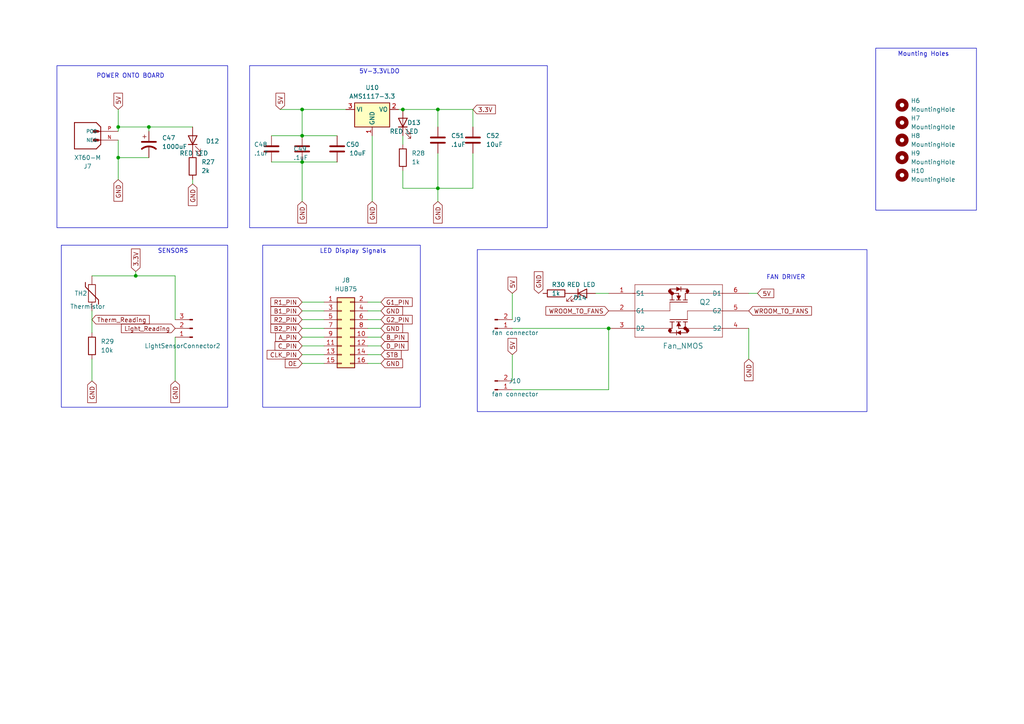
<source format=kicad_sch>
(kicad_sch (version 20230121) (generator eeschema)

  (uuid d74f1aee-3151-40cb-9955-b76ff0bfd24f)

  (paper "A4")

  (lib_symbols
    (symbol "Connector:Conn_01x02_Pin" (pin_names (offset 1.016) hide) (in_bom yes) (on_board yes)
      (property "Reference" "J" (at 0 2.54 0)
        (effects (font (size 1.27 1.27)))
      )
      (property "Value" "Conn_01x02_Pin" (at 0 -5.08 0)
        (effects (font (size 1.27 1.27)))
      )
      (property "Footprint" "" (at 0 0 0)
        (effects (font (size 1.27 1.27)) hide)
      )
      (property "Datasheet" "~" (at 0 0 0)
        (effects (font (size 1.27 1.27)) hide)
      )
      (property "ki_locked" "" (at 0 0 0)
        (effects (font (size 1.27 1.27)))
      )
      (property "ki_keywords" "connector" (at 0 0 0)
        (effects (font (size 1.27 1.27)) hide)
      )
      (property "ki_description" "Generic connector, single row, 01x02, script generated" (at 0 0 0)
        (effects (font (size 1.27 1.27)) hide)
      )
      (property "ki_fp_filters" "Connector*:*_1x??_*" (at 0 0 0)
        (effects (font (size 1.27 1.27)) hide)
      )
      (symbol "Conn_01x02_Pin_1_1"
        (polyline
          (pts
            (xy 1.27 -2.54)
            (xy 0.8636 -2.54)
          )
          (stroke (width 0.1524) (type default))
          (fill (type none))
        )
        (polyline
          (pts
            (xy 1.27 0)
            (xy 0.8636 0)
          )
          (stroke (width 0.1524) (type default))
          (fill (type none))
        )
        (rectangle (start 0.8636 -2.413) (end 0 -2.667)
          (stroke (width 0.1524) (type default))
          (fill (type outline))
        )
        (rectangle (start 0.8636 0.127) (end 0 -0.127)
          (stroke (width 0.1524) (type default))
          (fill (type outline))
        )
        (pin passive line (at 5.08 0 180) (length 3.81)
          (name "Pin_1" (effects (font (size 1.27 1.27))))
          (number "1" (effects (font (size 1.27 1.27))))
        )
        (pin passive line (at 5.08 -2.54 180) (length 3.81)
          (name "Pin_2" (effects (font (size 1.27 1.27))))
          (number "2" (effects (font (size 1.27 1.27))))
        )
      )
    )
    (symbol "Connector:Conn_01x03_Pin" (pin_names (offset 1.016) hide) (in_bom yes) (on_board yes)
      (property "Reference" "J" (at 0 5.08 0)
        (effects (font (size 1.27 1.27)))
      )
      (property "Value" "Conn_01x03_Pin" (at 0 -5.08 0)
        (effects (font (size 1.27 1.27)))
      )
      (property "Footprint" "" (at 0 0 0)
        (effects (font (size 1.27 1.27)) hide)
      )
      (property "Datasheet" "~" (at 0 0 0)
        (effects (font (size 1.27 1.27)) hide)
      )
      (property "ki_locked" "" (at 0 0 0)
        (effects (font (size 1.27 1.27)))
      )
      (property "ki_keywords" "connector" (at 0 0 0)
        (effects (font (size 1.27 1.27)) hide)
      )
      (property "ki_description" "Generic connector, single row, 01x03, script generated" (at 0 0 0)
        (effects (font (size 1.27 1.27)) hide)
      )
      (property "ki_fp_filters" "Connector*:*_1x??_*" (at 0 0 0)
        (effects (font (size 1.27 1.27)) hide)
      )
      (symbol "Conn_01x03_Pin_1_1"
        (polyline
          (pts
            (xy 1.27 -2.54)
            (xy 0.8636 -2.54)
          )
          (stroke (width 0.1524) (type default))
          (fill (type none))
        )
        (polyline
          (pts
            (xy 1.27 0)
            (xy 0.8636 0)
          )
          (stroke (width 0.1524) (type default))
          (fill (type none))
        )
        (polyline
          (pts
            (xy 1.27 2.54)
            (xy 0.8636 2.54)
          )
          (stroke (width 0.1524) (type default))
          (fill (type none))
        )
        (rectangle (start 0.8636 -2.413) (end 0 -2.667)
          (stroke (width 0.1524) (type default))
          (fill (type outline))
        )
        (rectangle (start 0.8636 0.127) (end 0 -0.127)
          (stroke (width 0.1524) (type default))
          (fill (type outline))
        )
        (rectangle (start 0.8636 2.667) (end 0 2.413)
          (stroke (width 0.1524) (type default))
          (fill (type outline))
        )
        (pin passive line (at 5.08 2.54 180) (length 3.81)
          (name "Pin_1" (effects (font (size 1.27 1.27))))
          (number "1" (effects (font (size 1.27 1.27))))
        )
        (pin passive line (at 5.08 0 180) (length 3.81)
          (name "Pin_2" (effects (font (size 1.27 1.27))))
          (number "2" (effects (font (size 1.27 1.27))))
        )
        (pin passive line (at 5.08 -2.54 180) (length 3.81)
          (name "Pin_3" (effects (font (size 1.27 1.27))))
          (number "3" (effects (font (size 1.27 1.27))))
        )
      )
    )
    (symbol "Connector_Generic:Conn_02x08_Odd_Even" (pin_names (offset 1.016) hide) (in_bom yes) (on_board yes)
      (property "Reference" "J" (at 1.27 10.16 0)
        (effects (font (size 1.27 1.27)))
      )
      (property "Value" "Conn_02x08_Odd_Even" (at 1.27 -12.7 0)
        (effects (font (size 1.27 1.27)))
      )
      (property "Footprint" "" (at 0 0 0)
        (effects (font (size 1.27 1.27)) hide)
      )
      (property "Datasheet" "~" (at 0 0 0)
        (effects (font (size 1.27 1.27)) hide)
      )
      (property "ki_keywords" "connector" (at 0 0 0)
        (effects (font (size 1.27 1.27)) hide)
      )
      (property "ki_description" "Generic connector, double row, 02x08, odd/even pin numbering scheme (row 1 odd numbers, row 2 even numbers), script generated (kicad-library-utils/schlib/autogen/connector/)" (at 0 0 0)
        (effects (font (size 1.27 1.27)) hide)
      )
      (property "ki_fp_filters" "Connector*:*_2x??_*" (at 0 0 0)
        (effects (font (size 1.27 1.27)) hide)
      )
      (symbol "Conn_02x08_Odd_Even_1_1"
        (rectangle (start -1.27 -10.033) (end 0 -10.287)
          (stroke (width 0.1524) (type default))
          (fill (type none))
        )
        (rectangle (start -1.27 -7.493) (end 0 -7.747)
          (stroke (width 0.1524) (type default))
          (fill (type none))
        )
        (rectangle (start -1.27 -4.953) (end 0 -5.207)
          (stroke (width 0.1524) (type default))
          (fill (type none))
        )
        (rectangle (start -1.27 -2.413) (end 0 -2.667)
          (stroke (width 0.1524) (type default))
          (fill (type none))
        )
        (rectangle (start -1.27 0.127) (end 0 -0.127)
          (stroke (width 0.1524) (type default))
          (fill (type none))
        )
        (rectangle (start -1.27 2.667) (end 0 2.413)
          (stroke (width 0.1524) (type default))
          (fill (type none))
        )
        (rectangle (start -1.27 5.207) (end 0 4.953)
          (stroke (width 0.1524) (type default))
          (fill (type none))
        )
        (rectangle (start -1.27 7.747) (end 0 7.493)
          (stroke (width 0.1524) (type default))
          (fill (type none))
        )
        (rectangle (start -1.27 8.89) (end 3.81 -11.43)
          (stroke (width 0.254) (type default))
          (fill (type background))
        )
        (rectangle (start 3.81 -10.033) (end 2.54 -10.287)
          (stroke (width 0.1524) (type default))
          (fill (type none))
        )
        (rectangle (start 3.81 -7.493) (end 2.54 -7.747)
          (stroke (width 0.1524) (type default))
          (fill (type none))
        )
        (rectangle (start 3.81 -4.953) (end 2.54 -5.207)
          (stroke (width 0.1524) (type default))
          (fill (type none))
        )
        (rectangle (start 3.81 -2.413) (end 2.54 -2.667)
          (stroke (width 0.1524) (type default))
          (fill (type none))
        )
        (rectangle (start 3.81 0.127) (end 2.54 -0.127)
          (stroke (width 0.1524) (type default))
          (fill (type none))
        )
        (rectangle (start 3.81 2.667) (end 2.54 2.413)
          (stroke (width 0.1524) (type default))
          (fill (type none))
        )
        (rectangle (start 3.81 5.207) (end 2.54 4.953)
          (stroke (width 0.1524) (type default))
          (fill (type none))
        )
        (rectangle (start 3.81 7.747) (end 2.54 7.493)
          (stroke (width 0.1524) (type default))
          (fill (type none))
        )
        (pin passive line (at -5.08 7.62 0) (length 3.81)
          (name "Pin_1" (effects (font (size 1.27 1.27))))
          (number "1" (effects (font (size 1.27 1.27))))
        )
        (pin passive line (at 7.62 -2.54 180) (length 3.81)
          (name "Pin_10" (effects (font (size 1.27 1.27))))
          (number "10" (effects (font (size 1.27 1.27))))
        )
        (pin passive line (at -5.08 -5.08 0) (length 3.81)
          (name "Pin_11" (effects (font (size 1.27 1.27))))
          (number "11" (effects (font (size 1.27 1.27))))
        )
        (pin passive line (at 7.62 -5.08 180) (length 3.81)
          (name "Pin_12" (effects (font (size 1.27 1.27))))
          (number "12" (effects (font (size 1.27 1.27))))
        )
        (pin passive line (at -5.08 -7.62 0) (length 3.81)
          (name "Pin_13" (effects (font (size 1.27 1.27))))
          (number "13" (effects (font (size 1.27 1.27))))
        )
        (pin passive line (at 7.62 -7.62 180) (length 3.81)
          (name "Pin_14" (effects (font (size 1.27 1.27))))
          (number "14" (effects (font (size 1.27 1.27))))
        )
        (pin passive line (at -5.08 -10.16 0) (length 3.81)
          (name "Pin_15" (effects (font (size 1.27 1.27))))
          (number "15" (effects (font (size 1.27 1.27))))
        )
        (pin passive line (at 7.62 -10.16 180) (length 3.81)
          (name "Pin_16" (effects (font (size 1.27 1.27))))
          (number "16" (effects (font (size 1.27 1.27))))
        )
        (pin passive line (at 7.62 7.62 180) (length 3.81)
          (name "Pin_2" (effects (font (size 1.27 1.27))))
          (number "2" (effects (font (size 1.27 1.27))))
        )
        (pin passive line (at -5.08 5.08 0) (length 3.81)
          (name "Pin_3" (effects (font (size 1.27 1.27))))
          (number "3" (effects (font (size 1.27 1.27))))
        )
        (pin passive line (at 7.62 5.08 180) (length 3.81)
          (name "Pin_4" (effects (font (size 1.27 1.27))))
          (number "4" (effects (font (size 1.27 1.27))))
        )
        (pin passive line (at -5.08 2.54 0) (length 3.81)
          (name "Pin_5" (effects (font (size 1.27 1.27))))
          (number "5" (effects (font (size 1.27 1.27))))
        )
        (pin passive line (at 7.62 2.54 180) (length 3.81)
          (name "Pin_6" (effects (font (size 1.27 1.27))))
          (number "6" (effects (font (size 1.27 1.27))))
        )
        (pin passive line (at -5.08 0 0) (length 3.81)
          (name "Pin_7" (effects (font (size 1.27 1.27))))
          (number "7" (effects (font (size 1.27 1.27))))
        )
        (pin passive line (at 7.62 0 180) (length 3.81)
          (name "Pin_8" (effects (font (size 1.27 1.27))))
          (number "8" (effects (font (size 1.27 1.27))))
        )
        (pin passive line (at -5.08 -2.54 0) (length 3.81)
          (name "Pin_9" (effects (font (size 1.27 1.27))))
          (number "9" (effects (font (size 1.27 1.27))))
        )
      )
    )
    (symbol "Device:C" (pin_numbers hide) (pin_names (offset 0.254)) (in_bom yes) (on_board yes)
      (property "Reference" "C" (at 0.635 2.54 0)
        (effects (font (size 1.27 1.27)) (justify left))
      )
      (property "Value" "C" (at 0.635 -2.54 0)
        (effects (font (size 1.27 1.27)) (justify left))
      )
      (property "Footprint" "" (at 0.9652 -3.81 0)
        (effects (font (size 1.27 1.27)) hide)
      )
      (property "Datasheet" "~" (at 0 0 0)
        (effects (font (size 1.27 1.27)) hide)
      )
      (property "ki_keywords" "cap capacitor" (at 0 0 0)
        (effects (font (size 1.27 1.27)) hide)
      )
      (property "ki_description" "Unpolarized capacitor" (at 0 0 0)
        (effects (font (size 1.27 1.27)) hide)
      )
      (property "ki_fp_filters" "C_*" (at 0 0 0)
        (effects (font (size 1.27 1.27)) hide)
      )
      (symbol "C_0_1"
        (polyline
          (pts
            (xy -2.032 -0.762)
            (xy 2.032 -0.762)
          )
          (stroke (width 0.508) (type default))
          (fill (type none))
        )
        (polyline
          (pts
            (xy -2.032 0.762)
            (xy 2.032 0.762)
          )
          (stroke (width 0.508) (type default))
          (fill (type none))
        )
      )
      (symbol "C_1_1"
        (pin passive line (at 0 3.81 270) (length 2.794)
          (name "~" (effects (font (size 1.27 1.27))))
          (number "1" (effects (font (size 1.27 1.27))))
        )
        (pin passive line (at 0 -3.81 90) (length 2.794)
          (name "~" (effects (font (size 1.27 1.27))))
          (number "2" (effects (font (size 1.27 1.27))))
        )
      )
    )
    (symbol "Device:C_Polarized_US" (pin_numbers hide) (pin_names (offset 0.254) hide) (in_bom yes) (on_board yes)
      (property "Reference" "C" (at 0.635 2.54 0)
        (effects (font (size 1.27 1.27)) (justify left))
      )
      (property "Value" "C_Polarized_US" (at 0.635 -2.54 0)
        (effects (font (size 1.27 1.27)) (justify left))
      )
      (property "Footprint" "" (at 0 0 0)
        (effects (font (size 1.27 1.27)) hide)
      )
      (property "Datasheet" "~" (at 0 0 0)
        (effects (font (size 1.27 1.27)) hide)
      )
      (property "ki_keywords" "cap capacitor" (at 0 0 0)
        (effects (font (size 1.27 1.27)) hide)
      )
      (property "ki_description" "Polarized capacitor, US symbol" (at 0 0 0)
        (effects (font (size 1.27 1.27)) hide)
      )
      (property "ki_fp_filters" "CP_*" (at 0 0 0)
        (effects (font (size 1.27 1.27)) hide)
      )
      (symbol "C_Polarized_US_0_1"
        (polyline
          (pts
            (xy -2.032 0.762)
            (xy 2.032 0.762)
          )
          (stroke (width 0.508) (type default))
          (fill (type none))
        )
        (polyline
          (pts
            (xy -1.778 2.286)
            (xy -0.762 2.286)
          )
          (stroke (width 0) (type default))
          (fill (type none))
        )
        (polyline
          (pts
            (xy -1.27 1.778)
            (xy -1.27 2.794)
          )
          (stroke (width 0) (type default))
          (fill (type none))
        )
        (arc (start 2.032 -1.27) (mid 0 -0.5572) (end -2.032 -1.27)
          (stroke (width 0.508) (type default))
          (fill (type none))
        )
      )
      (symbol "C_Polarized_US_1_1"
        (pin passive line (at 0 3.81 270) (length 2.794)
          (name "~" (effects (font (size 1.27 1.27))))
          (number "1" (effects (font (size 1.27 1.27))))
        )
        (pin passive line (at 0 -3.81 90) (length 3.302)
          (name "~" (effects (font (size 1.27 1.27))))
          (number "2" (effects (font (size 1.27 1.27))))
        )
      )
    )
    (symbol "Device:LED" (pin_numbers hide) (pin_names (offset 1.016) hide) (in_bom yes) (on_board yes)
      (property "Reference" "D" (at 0 2.54 0)
        (effects (font (size 1.27 1.27)))
      )
      (property "Value" "LED" (at 0 -2.54 0)
        (effects (font (size 1.27 1.27)))
      )
      (property "Footprint" "" (at 0 0 0)
        (effects (font (size 1.27 1.27)) hide)
      )
      (property "Datasheet" "~" (at 0 0 0)
        (effects (font (size 1.27 1.27)) hide)
      )
      (property "ki_keywords" "LED diode" (at 0 0 0)
        (effects (font (size 1.27 1.27)) hide)
      )
      (property "ki_description" "Light emitting diode" (at 0 0 0)
        (effects (font (size 1.27 1.27)) hide)
      )
      (property "ki_fp_filters" "LED* LED_SMD:* LED_THT:*" (at 0 0 0)
        (effects (font (size 1.27 1.27)) hide)
      )
      (symbol "LED_0_1"
        (polyline
          (pts
            (xy -1.27 -1.27)
            (xy -1.27 1.27)
          )
          (stroke (width 0.254) (type default))
          (fill (type none))
        )
        (polyline
          (pts
            (xy -1.27 0)
            (xy 1.27 0)
          )
          (stroke (width 0) (type default))
          (fill (type none))
        )
        (polyline
          (pts
            (xy 1.27 -1.27)
            (xy 1.27 1.27)
            (xy -1.27 0)
            (xy 1.27 -1.27)
          )
          (stroke (width 0.254) (type default))
          (fill (type none))
        )
        (polyline
          (pts
            (xy -3.048 -0.762)
            (xy -4.572 -2.286)
            (xy -3.81 -2.286)
            (xy -4.572 -2.286)
            (xy -4.572 -1.524)
          )
          (stroke (width 0) (type default))
          (fill (type none))
        )
        (polyline
          (pts
            (xy -1.778 -0.762)
            (xy -3.302 -2.286)
            (xy -2.54 -2.286)
            (xy -3.302 -2.286)
            (xy -3.302 -1.524)
          )
          (stroke (width 0) (type default))
          (fill (type none))
        )
      )
      (symbol "LED_1_1"
        (pin passive line (at -3.81 0 0) (length 2.54)
          (name "K" (effects (font (size 1.27 1.27))))
          (number "1" (effects (font (size 1.27 1.27))))
        )
        (pin passive line (at 3.81 0 180) (length 2.54)
          (name "A" (effects (font (size 1.27 1.27))))
          (number "2" (effects (font (size 1.27 1.27))))
        )
      )
    )
    (symbol "Device:R" (pin_numbers hide) (pin_names (offset 0)) (in_bom yes) (on_board yes)
      (property "Reference" "R" (at 2.032 0 90)
        (effects (font (size 1.27 1.27)))
      )
      (property "Value" "R" (at 0 0 90)
        (effects (font (size 1.27 1.27)))
      )
      (property "Footprint" "" (at -1.778 0 90)
        (effects (font (size 1.27 1.27)) hide)
      )
      (property "Datasheet" "~" (at 0 0 0)
        (effects (font (size 1.27 1.27)) hide)
      )
      (property "ki_keywords" "R res resistor" (at 0 0 0)
        (effects (font (size 1.27 1.27)) hide)
      )
      (property "ki_description" "Resistor" (at 0 0 0)
        (effects (font (size 1.27 1.27)) hide)
      )
      (property "ki_fp_filters" "R_*" (at 0 0 0)
        (effects (font (size 1.27 1.27)) hide)
      )
      (symbol "R_0_1"
        (rectangle (start -1.016 -2.54) (end 1.016 2.54)
          (stroke (width 0.254) (type default))
          (fill (type none))
        )
      )
      (symbol "R_1_1"
        (pin passive line (at 0 3.81 270) (length 1.27)
          (name "~" (effects (font (size 1.27 1.27))))
          (number "1" (effects (font (size 1.27 1.27))))
        )
        (pin passive line (at 0 -3.81 90) (length 1.27)
          (name "~" (effects (font (size 1.27 1.27))))
          (number "2" (effects (font (size 1.27 1.27))))
        )
      )
    )
    (symbol "Device:Thermistor" (pin_numbers hide) (pin_names (offset 0)) (in_bom yes) (on_board yes)
      (property "Reference" "TH" (at 2.54 1.27 90)
        (effects (font (size 1.27 1.27)))
      )
      (property "Value" "Thermistor" (at -2.54 0 90)
        (effects (font (size 1.27 1.27)) (justify bottom))
      )
      (property "Footprint" "" (at 0 0 0)
        (effects (font (size 1.27 1.27)) hide)
      )
      (property "Datasheet" "~" (at 0 0 0)
        (effects (font (size 1.27 1.27)) hide)
      )
      (property "ki_keywords" "R res thermistor" (at 0 0 0)
        (effects (font (size 1.27 1.27)) hide)
      )
      (property "ki_description" "Temperature dependent resistor" (at 0 0 0)
        (effects (font (size 1.27 1.27)) hide)
      )
      (property "ki_fp_filters" "R_*" (at 0 0 0)
        (effects (font (size 1.27 1.27)) hide)
      )
      (symbol "Thermistor_0_1"
        (rectangle (start -1.016 2.54) (end 1.016 -2.54)
          (stroke (width 0.2032) (type default))
          (fill (type none))
        )
        (polyline
          (pts
            (xy -1.905 3.175)
            (xy -1.905 1.905)
            (xy 1.905 -1.905)
            (xy 1.905 -3.175)
            (xy 1.905 -3.175)
          )
          (stroke (width 0.254) (type default))
          (fill (type none))
        )
      )
      (symbol "Thermistor_1_1"
        (pin passive line (at 0 5.08 270) (length 2.54)
          (name "~" (effects (font (size 1.27 1.27))))
          (number "1" (effects (font (size 1.27 1.27))))
        )
        (pin passive line (at 0 -5.08 90) (length 2.54)
          (name "~" (effects (font (size 1.27 1.27))))
          (number "2" (effects (font (size 1.27 1.27))))
        )
      )
    )
    (symbol "Fan_MOSFET:SI1902CDL-T1-BE3" (pin_names (offset 0.254)) (in_bom yes) (on_board yes)
      (property "Reference" "Q" (at 20.32 7.62 0)
        (effects (font (size 1.524 1.524)))
      )
      (property "Value" "SI1902CDL-T1-BE3" (at 20.32 5.08 0)
        (effects (font (size 1.524 1.524)))
      )
      (property "Footprint" "SOT-363SC-70_VIS" (at 0 0 0)
        (effects (font (size 1.27 1.27) italic) hide)
      )
      (property "Datasheet" "SI1902CDL-T1-BE3" (at 0 0 0)
        (effects (font (size 1.27 1.27) italic) hide)
      )
      (property "ki_locked" "" (at 0 0 0)
        (effects (font (size 1.27 1.27)))
      )
      (property "ki_keywords" "SI1902CDL-T1-BE3" (at 0 0 0)
        (effects (font (size 1.27 1.27)) hide)
      )
      (property "ki_fp_filters" "SOT-363SC-70_VIS SOT-363SC-70_VIS-M SOT-363SC-70_VIS-L" (at 0 0 0)
        (effects (font (size 1.27 1.27)) hide)
      )
      (symbol "SI1902CDL-T1-BE3_0_1"
        (polyline
          (pts
            (xy 7.62 -12.7)
            (xy 33.02 -12.7)
          )
          (stroke (width 0.127) (type default))
          (fill (type none))
        )
        (polyline
          (pts
            (xy 7.62 -10.16)
            (xy 17.78 -10.16)
          )
          (stroke (width 0.127) (type default))
          (fill (type none))
        )
        (polyline
          (pts
            (xy 7.62 -5.08)
            (xy 17.78 -5.08)
          )
          (stroke (width 0.127) (type default))
          (fill (type none))
        )
        (polyline
          (pts
            (xy 7.62 2.54)
            (xy 7.62 -12.7)
          )
          (stroke (width 0.127) (type default))
          (fill (type none))
        )
        (polyline
          (pts
            (xy 17.78 -10.16)
            (xy 17.78 -11.43)
          )
          (stroke (width 0.2032) (type default))
          (fill (type none))
        )
        (polyline
          (pts
            (xy 17.78 -5.08)
            (xy 17.78 -2.54)
          )
          (stroke (width 0.127) (type default))
          (fill (type none))
        )
        (polyline
          (pts
            (xy 17.78 -2.54)
            (xy 22.86 -2.54)
          )
          (stroke (width 0.2032) (type default))
          (fill (type none))
        )
        (polyline
          (pts
            (xy 17.78 -1.905)
            (xy 19.05 -1.905)
          )
          (stroke (width 0.2032) (type default))
          (fill (type none))
        )
        (polyline
          (pts
            (xy 17.78 0)
            (xy 6.985 0)
          )
          (stroke (width 0.127) (type default))
          (fill (type none))
        )
        (polyline
          (pts
            (xy 17.78 0)
            (xy 17.78 1.27)
          )
          (stroke (width 0.2032) (type default))
          (fill (type none))
        )
        (polyline
          (pts
            (xy 17.78 0)
            (xy 20.32 0)
          )
          (stroke (width 0.2032) (type default))
          (fill (type none))
        )
        (polyline
          (pts
            (xy 17.78 1.27)
            (xy 19.685 1.27)
          )
          (stroke (width 0.2032) (type default))
          (fill (type none))
        )
        (polyline
          (pts
            (xy 18.415 -10.16)
            (xy 17.78 -10.16)
          )
          (stroke (width 0.2032) (type default))
          (fill (type none))
        )
        (polyline
          (pts
            (xy 18.415 -8.255)
            (xy 18.415 -10.16)
          )
          (stroke (width 0.2032) (type default))
          (fill (type none))
        )
        (polyline
          (pts
            (xy 18.415 -1.905)
            (xy 18.415 0)
          )
          (stroke (width 0.2032) (type default))
          (fill (type none))
        )
        (polyline
          (pts
            (xy 19.05 -8.255)
            (xy 17.78 -8.255)
          )
          (stroke (width 0.2032) (type default))
          (fill (type none))
        )
        (polyline
          (pts
            (xy 19.685 -12.065)
            (xy 19.685 -10.795)
          )
          (stroke (width 0.2032) (type default))
          (fill (type none))
        )
        (polyline
          (pts
            (xy 19.685 -11.43)
            (xy 17.78 -11.43)
          )
          (stroke (width 0.2032) (type default))
          (fill (type none))
        )
        (polyline
          (pts
            (xy 19.685 -1.905)
            (xy 20.955 -1.905)
          )
          (stroke (width 0.2032) (type default))
          (fill (type none))
        )
        (polyline
          (pts
            (xy 20.32 -9.525)
            (xy 20.32 -10.16)
          )
          (stroke (width 0.2032) (type default))
          (fill (type none))
        )
        (polyline
          (pts
            (xy 20.32 -0.635)
            (xy 20.32 0)
          )
          (stroke (width 0.2032) (type default))
          (fill (type none))
        )
        (polyline
          (pts
            (xy 20.955 -8.255)
            (xy 19.685 -8.255)
          )
          (stroke (width 0.2032) (type default))
          (fill (type none))
        )
        (polyline
          (pts
            (xy 20.955 1.27)
            (xy 22.86 1.27)
          )
          (stroke (width 0.2032) (type default))
          (fill (type none))
        )
        (polyline
          (pts
            (xy 20.955 1.905)
            (xy 20.955 0.635)
          )
          (stroke (width 0.2032) (type default))
          (fill (type none))
        )
        (polyline
          (pts
            (xy 21.59 -1.905)
            (xy 22.86 -1.905)
          )
          (stroke (width 0.2032) (type default))
          (fill (type none))
        )
        (polyline
          (pts
            (xy 22.225 -8.255)
            (xy 22.225 -10.16)
          )
          (stroke (width 0.2032) (type default))
          (fill (type none))
        )
        (polyline
          (pts
            (xy 22.225 -1.905)
            (xy 22.225 0)
          )
          (stroke (width 0.2032) (type default))
          (fill (type none))
        )
        (polyline
          (pts
            (xy 22.225 0)
            (xy 22.86 0)
          )
          (stroke (width 0.2032) (type default))
          (fill (type none))
        )
        (polyline
          (pts
            (xy 22.86 -11.43)
            (xy 20.955 -11.43)
          )
          (stroke (width 0.2032) (type default))
          (fill (type none))
        )
        (polyline
          (pts
            (xy 22.86 -10.16)
            (xy 20.32 -10.16)
          )
          (stroke (width 0.2032) (type default))
          (fill (type none))
        )
        (polyline
          (pts
            (xy 22.86 -10.16)
            (xy 22.86 -11.43)
          )
          (stroke (width 0.2032) (type default))
          (fill (type none))
        )
        (polyline
          (pts
            (xy 22.86 -8.255)
            (xy 21.59 -8.255)
          )
          (stroke (width 0.2032) (type default))
          (fill (type none))
        )
        (polyline
          (pts
            (xy 22.86 -7.62)
            (xy 17.78 -7.62)
          )
          (stroke (width 0.2032) (type default))
          (fill (type none))
        )
        (polyline
          (pts
            (xy 22.86 -5.08)
            (xy 22.86 -7.62)
          )
          (stroke (width 0.127) (type default))
          (fill (type none))
        )
        (polyline
          (pts
            (xy 22.86 0)
            (xy 22.86 1.27)
          )
          (stroke (width 0.2032) (type default))
          (fill (type none))
        )
        (polyline
          (pts
            (xy 33.02 -12.7)
            (xy 33.02 2.54)
          )
          (stroke (width 0.127) (type default))
          (fill (type none))
        )
        (polyline
          (pts
            (xy 33.02 -10.16)
            (xy 22.86 -10.16)
          )
          (stroke (width 0.127) (type default))
          (fill (type none))
        )
        (polyline
          (pts
            (xy 33.02 -5.08)
            (xy 22.86 -5.08)
          )
          (stroke (width 0.127) (type default))
          (fill (type none))
        )
        (polyline
          (pts
            (xy 33.02 0)
            (xy 22.86 0)
          )
          (stroke (width 0.127) (type default))
          (fill (type none))
        )
        (polyline
          (pts
            (xy 33.02 2.54)
            (xy 7.62 2.54)
          )
          (stroke (width 0.127) (type default))
          (fill (type none))
        )
        (polyline
          (pts
            (xy 19.685 -9.525)
            (xy 20.32 -8.255)
            (xy 20.955 -9.525)
          )
          (stroke (width 0.0254) (type default))
          (fill (type outline))
        )
        (polyline
          (pts
            (xy 19.685 1.905)
            (xy 19.685 0.635)
            (xy 20.955 1.27)
          )
          (stroke (width 0.0254) (type default))
          (fill (type outline))
        )
        (polyline
          (pts
            (xy 20.955 -12.065)
            (xy 20.955 -10.795)
            (xy 19.685 -11.43)
          )
          (stroke (width 0.0254) (type default))
          (fill (type outline))
        )
        (polyline
          (pts
            (xy 20.955 -0.635)
            (xy 20.32 -1.905)
            (xy 19.685 -0.635)
          )
          (stroke (width 0.0254) (type default))
          (fill (type outline))
        )
        (circle (center 17.78 -10.795) (radius 0.0254)
          (stroke (width 0.508) (type default))
          (fill (type none))
        )
        (circle (center 17.78 0.635) (radius 0.0254)
          (stroke (width 0.508) (type default))
          (fill (type none))
        )
        (circle (center 18.415 0) (radius 0.0254)
          (stroke (width 0.508) (type default))
          (fill (type none))
        )
        (circle (center 22.225 -10.16) (radius 0.0254)
          (stroke (width 0.508) (type default))
          (fill (type none))
        )
        (circle (center 22.86 -10.795) (radius 0.0254)
          (stroke (width 0.508) (type default))
          (fill (type none))
        )
        (circle (center 22.86 0.635) (radius 0.0254)
          (stroke (width 0.508) (type default))
          (fill (type none))
        )
        (pin unspecified line (at 0 0 0) (length 7.62)
          (name "S1" (effects (font (size 1.27 1.27))))
          (number "1" (effects (font (size 1.27 1.27))))
        )
        (pin unspecified line (at 0 -5.08 0) (length 7.62)
          (name "G1" (effects (font (size 1.27 1.27))))
          (number "2" (effects (font (size 1.27 1.27))))
        )
        (pin unspecified line (at 0 -10.16 0) (length 7.62)
          (name "D2" (effects (font (size 1.27 1.27))))
          (number "3" (effects (font (size 1.27 1.27))))
        )
        (pin unspecified line (at 40.64 -10.16 180) (length 7.62)
          (name "S2" (effects (font (size 1.27 1.27))))
          (number "4" (effects (font (size 1.27 1.27))))
        )
        (pin unspecified line (at 40.64 -5.08 180) (length 7.62)
          (name "G2" (effects (font (size 1.27 1.27))))
          (number "5" (effects (font (size 1.27 1.27))))
        )
        (pin unspecified line (at 40.64 0 180) (length 7.62)
          (name "D1" (effects (font (size 1.27 1.27))))
          (number "6" (effects (font (size 1.27 1.27))))
        )
      )
    )
    (symbol "Mechanical:MountingHole" (pin_names (offset 1.016)) (in_bom yes) (on_board yes)
      (property "Reference" "H" (at 0 5.08 0)
        (effects (font (size 1.27 1.27)))
      )
      (property "Value" "MountingHole" (at 0 3.175 0)
        (effects (font (size 1.27 1.27)))
      )
      (property "Footprint" "" (at 0 0 0)
        (effects (font (size 1.27 1.27)) hide)
      )
      (property "Datasheet" "~" (at 0 0 0)
        (effects (font (size 1.27 1.27)) hide)
      )
      (property "ki_keywords" "mounting hole" (at 0 0 0)
        (effects (font (size 1.27 1.27)) hide)
      )
      (property "ki_description" "Mounting Hole without connection" (at 0 0 0)
        (effects (font (size 1.27 1.27)) hide)
      )
      (property "ki_fp_filters" "MountingHole*" (at 0 0 0)
        (effects (font (size 1.27 1.27)) hide)
      )
      (symbol "MountingHole_0_1"
        (circle (center 0 0) (radius 1.27)
          (stroke (width 1.27) (type default))
          (fill (type none))
        )
      )
    )
    (symbol "Regulator_Linear:AMS1117-3.3" (in_bom yes) (on_board yes)
      (property "Reference" "U" (at -3.81 3.175 0)
        (effects (font (size 1.27 1.27)))
      )
      (property "Value" "AMS1117-3.3" (at 0 3.175 0)
        (effects (font (size 1.27 1.27)) (justify left))
      )
      (property "Footprint" "Package_TO_SOT_SMD:SOT-223-3_TabPin2" (at 0 5.08 0)
        (effects (font (size 1.27 1.27)) hide)
      )
      (property "Datasheet" "http://www.advanced-monolithic.com/pdf/ds1117.pdf" (at 2.54 -6.35 0)
        (effects (font (size 1.27 1.27)) hide)
      )
      (property "ki_keywords" "linear regulator ldo fixed positive" (at 0 0 0)
        (effects (font (size 1.27 1.27)) hide)
      )
      (property "ki_description" "1A Low Dropout regulator, positive, 3.3V fixed output, SOT-223" (at 0 0 0)
        (effects (font (size 1.27 1.27)) hide)
      )
      (property "ki_fp_filters" "SOT?223*TabPin2*" (at 0 0 0)
        (effects (font (size 1.27 1.27)) hide)
      )
      (symbol "AMS1117-3.3_0_1"
        (rectangle (start -5.08 -5.08) (end 5.08 1.905)
          (stroke (width 0.254) (type default))
          (fill (type background))
        )
      )
      (symbol "AMS1117-3.3_1_1"
        (pin power_in line (at 0 -7.62 90) (length 2.54)
          (name "GND" (effects (font (size 1.27 1.27))))
          (number "1" (effects (font (size 1.27 1.27))))
        )
        (pin power_out line (at 7.62 0 180) (length 2.54)
          (name "VO" (effects (font (size 1.27 1.27))))
          (number "2" (effects (font (size 1.27 1.27))))
        )
        (pin power_in line (at -7.62 0 0) (length 2.54)
          (name "VI" (effects (font (size 1.27 1.27))))
          (number "3" (effects (font (size 1.27 1.27))))
        )
      )
    )
    (symbol "XT60-M:XT60-M" (pin_names (offset 1.016)) (in_bom yes) (on_board yes)
      (property "Reference" "J" (at 0 6.35 0)
        (effects (font (size 1.27 1.27)) (justify left bottom))
      )
      (property "Value" "XT60-M" (at 0 -5.08 0)
        (effects (font (size 1.27 1.27)) (justify left bottom))
      )
      (property "Footprint" "XT60-M:AMASS_XT60-M" (at 0 0 0)
        (effects (font (size 1.27 1.27)) (justify bottom) hide)
      )
      (property "Datasheet" "" (at 0 0 0)
        (effects (font (size 1.27 1.27)) hide)
      )
      (property "MF" "AMASS" (at 0 0 0)
        (effects (font (size 1.27 1.27)) (justify bottom) hide)
      )
      (property "MAXIMUM_PACKAGE_HEIGHT" "16.00 mm" (at 0 0 0)
        (effects (font (size 1.27 1.27)) (justify bottom) hide)
      )
      (property "Package" "Package" (at 0 0 0)
        (effects (font (size 1.27 1.27)) (justify bottom) hide)
      )
      (property "Price" "None" (at 0 0 0)
        (effects (font (size 1.27 1.27)) (justify bottom) hide)
      )
      (property "Check_prices" "https://www.snapeda.com/parts/XT60-M/AMASS/view-part/?ref=eda" (at 0 0 0)
        (effects (font (size 1.27 1.27)) (justify bottom) hide)
      )
      (property "STANDARD" "IPC 7351B" (at 0 0 0)
        (effects (font (size 1.27 1.27)) (justify bottom) hide)
      )
      (property "PARTREV" "V1.2" (at 0 0 0)
        (effects (font (size 1.27 1.27)) (justify bottom) hide)
      )
      (property "SnapEDA_Link" "https://www.snapeda.com/parts/XT60-M/AMASS/view-part/?ref=snap" (at 0 0 0)
        (effects (font (size 1.27 1.27)) (justify bottom) hide)
      )
      (property "MP" "XT60-M" (at 0 0 0)
        (effects (font (size 1.27 1.27)) (justify bottom) hide)
      )
      (property "Description" "\nPlug; DC supply; XT60; male; PIN: 2; for cable; soldered; 30A; 500V\n" (at 0 0 0)
        (effects (font (size 1.27 1.27)) (justify bottom) hide)
      )
      (property "Availability" "Not in stock" (at 0 0 0)
        (effects (font (size 1.27 1.27)) (justify bottom) hide)
      )
      (property "MANUFACTURER" "AMASS" (at 0 0 0)
        (effects (font (size 1.27 1.27)) (justify bottom) hide)
      )
      (symbol "XT60-M_0_0"
        (polyline
          (pts
            (xy 0 -1.27)
            (xy 1.27 -2.54)
          )
          (stroke (width 0.254) (type default))
          (fill (type none))
        )
        (polyline
          (pts
            (xy 0 0)
            (xy 1.905 0)
          )
          (stroke (width 0.254) (type default))
          (fill (type none))
        )
        (polyline
          (pts
            (xy 0 2.54)
            (xy 0 -1.27)
          )
          (stroke (width 0.254) (type default))
          (fill (type none))
        )
        (polyline
          (pts
            (xy 0 2.54)
            (xy 1.905 2.54)
          )
          (stroke (width 0.254) (type default))
          (fill (type none))
        )
        (polyline
          (pts
            (xy 0 3.81)
            (xy 0 2.54)
          )
          (stroke (width 0.254) (type default))
          (fill (type none))
        )
        (polyline
          (pts
            (xy 0 3.81)
            (xy 1.27 5.08)
          )
          (stroke (width 0.254) (type default))
          (fill (type none))
        )
        (polyline
          (pts
            (xy 1.27 -2.54)
            (xy 7.62 -2.54)
          )
          (stroke (width 0.254) (type default))
          (fill (type none))
        )
        (polyline
          (pts
            (xy 7.62 -2.54)
            (xy 7.62 5.08)
          )
          (stroke (width 0.254) (type default))
          (fill (type none))
        )
        (polyline
          (pts
            (xy 7.62 5.08)
            (xy 1.27 5.08)
          )
          (stroke (width 0.254) (type default))
          (fill (type none))
        )
        (rectangle (start 0.635 -0.3175) (end 2.2225 0.3175)
          (stroke (width 0.1) (type default))
          (fill (type outline))
        )
        (rectangle (start 0.635 2.2225) (end 2.2225 2.8575)
          (stroke (width 0.1) (type default))
          (fill (type outline))
        )
        (pin passive line (at -5.08 0 0) (length 5.08)
          (name "NEG" (effects (font (size 1.016 1.016))))
          (number "N" (effects (font (size 1.016 1.016))))
        )
        (pin passive line (at -5.08 2.54 0) (length 5.08)
          (name "POS" (effects (font (size 1.016 1.016))))
          (number "P" (effects (font (size 1.016 1.016))))
        )
      )
    )
  )

  (junction (at 34.29 45.72) (diameter 0) (color 0 0 0 0)
    (uuid 096e6047-6cb3-4429-a7a4-a7e63ccf1ec9)
  )
  (junction (at 127 31.75) (diameter 0) (color 0 0 0 0)
    (uuid 26763126-fe01-43d6-8a6a-974f9d10c19b)
  )
  (junction (at 87.63 39.37) (diameter 0) (color 0 0 0 0)
    (uuid 39176ea8-0138-4c8a-83cf-ceac4200944a)
  )
  (junction (at 87.63 46.99) (diameter 0) (color 0 0 0 0)
    (uuid 6a315373-553c-4905-823c-59c12fa84465)
  )
  (junction (at 43.18 36.83) (diameter 0) (color 0 0 0 0)
    (uuid 7d1a32fa-465a-47bf-acc4-c0bcada5f4e8)
  )
  (junction (at 116.84 31.75) (diameter 0) (color 0 0 0 0)
    (uuid 85b52994-431e-412d-9006-9f812bbd9643)
  )
  (junction (at 176.53 95.25) (diameter 0) (color 0 0 0 0)
    (uuid 992c7dd5-2790-46d1-94b4-253eb4bcc458)
  )
  (junction (at 39.37 80.01) (diameter 0) (color 0 0 0 0)
    (uuid c09243f0-9a0c-4226-9bed-1e32f70266bb)
  )
  (junction (at 34.29 36.83) (diameter 0) (color 0 0 0 0)
    (uuid c453df06-181c-4ecc-8db1-6f61b51280c3)
  )
  (junction (at 87.63 31.75) (diameter 0) (color 0 0 0 0)
    (uuid f7bcc825-aa4d-462f-b8db-ef056265919c)
  )
  (junction (at 127 54.61) (diameter 0) (color 0 0 0 0)
    (uuid f87fa8d8-dc9a-41f0-825a-3d92b6953ba6)
  )

  (wire (pts (xy 116.84 31.75) (xy 127 31.75))
    (stroke (width 0) (type default))
    (uuid 0378fc36-e482-415b-a33d-e95fe7648c11)
  )
  (wire (pts (xy 26.67 104.14) (xy 26.67 110.49))
    (stroke (width 0) (type default))
    (uuid 06aca466-46ba-473e-a756-a2b4c310f2f6)
  )
  (wire (pts (xy 127 54.61) (xy 137.16 54.61))
    (stroke (width 0) (type default))
    (uuid 0a251003-d5eb-4563-8688-0bb938cb3198)
  )
  (wire (pts (xy 116.84 39.37) (xy 116.84 41.91))
    (stroke (width 0) (type default))
    (uuid 0ace3543-3e0d-4a27-9381-eb4a315adf17)
  )
  (wire (pts (xy 137.16 31.75) (xy 137.16 36.83))
    (stroke (width 0) (type default))
    (uuid 10e753ad-4ca9-4c11-9fbd-90be74bda302)
  )
  (wire (pts (xy 26.67 90.17) (xy 26.67 96.52))
    (stroke (width 0) (type default))
    (uuid 186f3de5-7ae2-4a75-8a28-216220a31317)
  )
  (wire (pts (xy 137.16 44.45) (xy 137.16 54.61))
    (stroke (width 0) (type default))
    (uuid 20df31e6-09ee-4bee-9405-bf634404cc83)
  )
  (wire (pts (xy 217.17 85.09) (xy 219.71 85.09))
    (stroke (width 0) (type default))
    (uuid 24230df9-0b87-45c2-b3f4-46c368d5a8be)
  )
  (wire (pts (xy 148.59 95.25) (xy 176.53 95.25))
    (stroke (width 0) (type default))
    (uuid 268a3957-f5e8-4f66-8dfd-25db21fdc6d5)
  )
  (wire (pts (xy 127 31.75) (xy 137.16 31.75))
    (stroke (width 0) (type default))
    (uuid 2cbc6447-5d0c-44e7-820f-4e9c11c4c01b)
  )
  (wire (pts (xy 34.29 45.72) (xy 34.29 52.07))
    (stroke (width 0) (type default))
    (uuid 2dac5770-66a3-4d86-bf97-e129670a0e81)
  )
  (wire (pts (xy 34.29 36.83) (xy 34.29 38.1))
    (stroke (width 0) (type default))
    (uuid 39d4c158-bea2-4b93-86ea-6e2748a6f081)
  )
  (wire (pts (xy 106.68 92.71) (xy 110.49 92.71))
    (stroke (width 0) (type default))
    (uuid 440b6247-7cae-44e4-84df-bb3922324b15)
  )
  (wire (pts (xy 50.8 80.01) (xy 50.8 92.71))
    (stroke (width 0) (type default))
    (uuid 45210e7c-4851-4829-bfe2-d594086c2e09)
  )
  (wire (pts (xy 50.8 97.79) (xy 50.8 110.49))
    (stroke (width 0) (type default))
    (uuid 486319a0-a7a5-4458-b10e-c486b5279d91)
  )
  (wire (pts (xy 87.63 39.37) (xy 97.79 39.37))
    (stroke (width 0) (type default))
    (uuid 48d945d8-3704-4e20-ae00-7231dfef4b22)
  )
  (wire (pts (xy 106.68 90.17) (xy 110.49 90.17))
    (stroke (width 0) (type default))
    (uuid 49a0196a-22ae-424c-9f99-818cc46990c1)
  )
  (wire (pts (xy 87.63 92.71) (xy 93.98 92.71))
    (stroke (width 0) (type default))
    (uuid 4e90dfca-82ce-4590-a3ac-a3b3ef593382)
  )
  (wire (pts (xy 87.63 87.63) (xy 93.98 87.63))
    (stroke (width 0) (type default))
    (uuid 5f007393-7f89-418a-b5ac-f9eb5f9351b5)
  )
  (wire (pts (xy 148.59 102.87) (xy 148.59 110.49))
    (stroke (width 0) (type default))
    (uuid 695005b8-e9c4-49ca-a395-b4d2e6339a76)
  )
  (wire (pts (xy 106.68 97.79) (xy 110.49 97.79))
    (stroke (width 0) (type default))
    (uuid 6b5c5a0e-2a30-4b2e-bc79-9f57ba8ce8f8)
  )
  (wire (pts (xy 87.63 97.79) (xy 93.98 97.79))
    (stroke (width 0) (type default))
    (uuid 6dfbf1b9-d600-49e5-87a8-7246986b7861)
  )
  (wire (pts (xy 34.29 36.83) (xy 34.29 31.75))
    (stroke (width 0) (type default))
    (uuid 750843e0-86af-4c6d-a22f-a9d0609c9768)
  )
  (wire (pts (xy 87.63 46.99) (xy 87.63 58.42))
    (stroke (width 0) (type default))
    (uuid 7f5713e3-22ae-465a-9bfc-831e0b2c8287)
  )
  (wire (pts (xy 26.67 80.01) (xy 39.37 80.01))
    (stroke (width 0) (type default))
    (uuid 80a7a3aa-e88f-46d1-b599-c4d3b4702d4d)
  )
  (wire (pts (xy 55.88 53.34) (xy 55.88 52.07))
    (stroke (width 0) (type default))
    (uuid 847d4319-0666-4b14-b697-11506574a7b7)
  )
  (wire (pts (xy 106.68 105.41) (xy 110.49 105.41))
    (stroke (width 0) (type default))
    (uuid 891295d3-d326-4227-a06a-d376a987e831)
  )
  (wire (pts (xy 78.74 39.37) (xy 87.63 39.37))
    (stroke (width 0) (type default))
    (uuid 8baf7bca-216f-4ad0-b015-803985b5eac2)
  )
  (wire (pts (xy 87.63 46.99) (xy 97.79 46.99))
    (stroke (width 0) (type default))
    (uuid 8e5c47d1-0a37-485a-ad54-59919215b6b6)
  )
  (wire (pts (xy 87.63 102.87) (xy 93.98 102.87))
    (stroke (width 0) (type default))
    (uuid 8f16ce21-0517-46bc-b069-20c7fcb67360)
  )
  (wire (pts (xy 87.63 100.33) (xy 93.98 100.33))
    (stroke (width 0) (type default))
    (uuid 9064547b-9281-4d41-8409-cb2a2b12c96d)
  )
  (wire (pts (xy 87.63 95.25) (xy 93.98 95.25))
    (stroke (width 0) (type default))
    (uuid 99d2bce4-d631-45b0-9970-3a3474ab8928)
  )
  (wire (pts (xy 81.28 31.75) (xy 87.63 31.75))
    (stroke (width 0) (type default))
    (uuid 9e23bfff-ca45-450b-8f78-45328ccc22f1)
  )
  (wire (pts (xy 87.63 105.41) (xy 93.98 105.41))
    (stroke (width 0) (type default))
    (uuid a4bbb5bb-bd77-4c84-84d8-82f9e57f0db2)
  )
  (wire (pts (xy 127 54.61) (xy 127 58.42))
    (stroke (width 0) (type default))
    (uuid a854c21a-77c4-4233-b7f5-e9da83d0f842)
  )
  (wire (pts (xy 34.29 45.72) (xy 43.18 45.72))
    (stroke (width 0) (type default))
    (uuid a8d3a439-d46e-4b8f-8978-390fcfdd2b33)
  )
  (wire (pts (xy 106.68 100.33) (xy 110.49 100.33))
    (stroke (width 0) (type default))
    (uuid ad0f19c9-b7a2-4caf-936e-d92d71c28c12)
  )
  (wire (pts (xy 34.29 40.64) (xy 34.29 45.72))
    (stroke (width 0) (type default))
    (uuid ad9d5c20-5f95-470e-b5c3-a4c5d358efd8)
  )
  (wire (pts (xy 217.17 95.25) (xy 217.17 104.14))
    (stroke (width 0) (type default))
    (uuid ae50900c-80fb-4803-b687-6ff6bb961133)
  )
  (wire (pts (xy 116.84 54.61) (xy 127 54.61))
    (stroke (width 0) (type default))
    (uuid af04a254-854e-4683-b699-3c25430b2001)
  )
  (wire (pts (xy 43.18 36.83) (xy 55.88 36.83))
    (stroke (width 0) (type default))
    (uuid af919002-fcba-492f-91a4-38a4abfce6e4)
  )
  (wire (pts (xy 87.63 90.17) (xy 93.98 90.17))
    (stroke (width 0) (type default))
    (uuid b00b590c-da07-4189-a1cb-88cc543c4bb9)
  )
  (wire (pts (xy 176.53 113.03) (xy 176.53 95.25))
    (stroke (width 0) (type default))
    (uuid b275d6e1-0053-4786-aa8e-d23425b51961)
  )
  (wire (pts (xy 87.63 31.75) (xy 100.33 31.75))
    (stroke (width 0) (type default))
    (uuid b288b935-fc7c-43a1-847e-a5459db77572)
  )
  (wire (pts (xy 107.95 39.37) (xy 107.95 58.42))
    (stroke (width 0) (type default))
    (uuid b6eae37f-b7a8-4a0e-9e60-01e975c6a305)
  )
  (wire (pts (xy 148.59 113.03) (xy 176.53 113.03))
    (stroke (width 0) (type default))
    (uuid ba780a1d-6aca-4b9c-895d-1862696673f5)
  )
  (wire (pts (xy 116.84 49.53) (xy 116.84 54.61))
    (stroke (width 0) (type default))
    (uuid bc420941-5145-4cff-9f8d-4b99eb5f6ac7)
  )
  (wire (pts (xy 127 31.75) (xy 127 36.83))
    (stroke (width 0) (type default))
    (uuid c13a914c-05b0-4341-8af8-f4cf9087d647)
  )
  (wire (pts (xy 106.68 102.87) (xy 110.49 102.87))
    (stroke (width 0) (type default))
    (uuid c17783a0-1aed-45c6-ac3d-2d78cfa2f3e4)
  )
  (wire (pts (xy 39.37 78.74) (xy 39.37 80.01))
    (stroke (width 0) (type default))
    (uuid ca8fcf65-7069-4c95-b153-600975f73984)
  )
  (wire (pts (xy 43.18 36.83) (xy 43.18 38.1))
    (stroke (width 0) (type default))
    (uuid cf825df5-9e1e-4513-afda-8c48b9dc01f3)
  )
  (wire (pts (xy 106.68 95.25) (xy 110.49 95.25))
    (stroke (width 0) (type default))
    (uuid cfb4e80e-8545-4219-b0f4-9e34b3c5add0)
  )
  (wire (pts (xy 39.37 80.01) (xy 50.8 80.01))
    (stroke (width 0) (type default))
    (uuid d2739e3a-1c39-4a58-b187-2fe14f077219)
  )
  (wire (pts (xy 127 44.45) (xy 127 54.61))
    (stroke (width 0) (type default))
    (uuid d2a5661f-862e-46bd-bd55-3dec08ebc511)
  )
  (wire (pts (xy 172.72 85.09) (xy 176.53 85.09))
    (stroke (width 0) (type default))
    (uuid d47b41bb-b834-453d-89e3-396c87b1f61c)
  )
  (wire (pts (xy 87.63 31.75) (xy 87.63 39.37))
    (stroke (width 0) (type default))
    (uuid db7892c8-6106-4182-a5db-d037e4249c29)
  )
  (wire (pts (xy 43.18 36.83) (xy 34.29 36.83))
    (stroke (width 0) (type default))
    (uuid e39e1222-dd1b-4a19-85cb-6550e40b61ec)
  )
  (wire (pts (xy 106.68 87.63) (xy 110.49 87.63))
    (stroke (width 0) (type default))
    (uuid e7e966f7-6fc8-4be5-a62a-c11f90db5430)
  )
  (wire (pts (xy 148.59 85.09) (xy 148.59 92.71))
    (stroke (width 0) (type default))
    (uuid e887636b-8788-4183-ac40-5eff8686f153)
  )
  (wire (pts (xy 115.57 31.75) (xy 116.84 31.75))
    (stroke (width 0) (type default))
    (uuid fa3a306f-35d2-42bb-a2d3-b45b3982a2e7)
  )
  (wire (pts (xy 78.74 46.99) (xy 87.63 46.99))
    (stroke (width 0) (type default))
    (uuid ff7f7a76-5d87-4843-a763-df20b4544448)
  )

  (rectangle (start 17.78 71.12) (end 66.04 118.11)
    (stroke (width 0) (type default))
    (fill (type none))
    (uuid 12fd41a6-568e-4439-8f4d-dca16922c798)
  )
  (rectangle (start 72.39 19.05) (end 158.75 66.04)
    (stroke (width 0) (type default))
    (fill (type none))
    (uuid 6af5c34b-0e4e-48ba-9f5c-20c2654f40bb)
  )
  (rectangle (start 16.51 19.05) (end 66.04 66.04)
    (stroke (width 0) (type default))
    (fill (type none))
    (uuid 7f0217fa-5fac-4c7c-9380-283b756f8f18)
  )
  (rectangle (start 138.43 72.39) (end 251.46 119.38)
    (stroke (width 0) (type default))
    (fill (type none))
    (uuid 9e87f713-2d90-422f-b9c2-92ec17b59121)
  )
  (rectangle (start 254 13.97) (end 283.21 60.96)
    (stroke (width 0) (type default))
    (fill (type none))
    (uuid a139e76c-da19-4d3b-bcc0-8750c8b10d50)
  )
  (rectangle (start 76.2 71.12) (end 121.92 118.11)
    (stroke (width 0) (type default))
    (fill (type none))
    (uuid b08bc15a-17f8-4d29-8710-19d196a4a32a)
  )

  (text "5V-3.3VLDO" (at 104.14 21.59 0)
    (effects (font (size 1.27 1.27)) (justify left bottom))
    (uuid 4854c583-6372-464a-ba66-b72f7cef2e7e)
  )
  (text "FAN DRIVER" (at 222.25 81.28 0)
    (effects (font (size 1.27 1.27)) (justify left bottom))
    (uuid 7e275eee-0c92-4508-9950-64ef79f7a8e4)
  )
  (text "SENSORS" (at 45.72 73.66 0)
    (effects (font (size 1.27 1.27)) (justify left bottom))
    (uuid 98e4d9a3-5878-4144-a450-a3fd76ac1d83)
  )
  (text "Mounting Holes" (at 260.35 16.51 0)
    (effects (font (size 1.27 1.27)) (justify left bottom))
    (uuid 99571a8c-3d34-4be1-9d4a-b7da99c52d8a)
  )
  (text "LED Display Signals" (at 92.71 73.66 0)
    (effects (font (size 1.27 1.27)) (justify left bottom))
    (uuid b2477475-7566-426e-9339-ea33632e67a4)
  )
  (text "POWER ONTO BOARD" (at 27.94 22.86 0)
    (effects (font (size 1.27 1.27)) (justify left bottom))
    (uuid fe21d0dd-cabc-4b4b-b982-dd1adc303fba)
  )

  (global_label "GND" (shape input) (at 110.49 95.25 0) (fields_autoplaced)
    (effects (font (size 1.27 1.27)) (justify left))
    (uuid 01744378-c9c7-493c-a9cd-fc6b5f74ca7c)
    (property "Intersheetrefs" "${INTERSHEET_REFS}" (at 117.3457 95.25 0)
      (effects (font (size 1.27 1.27)) (justify left) hide)
    )
  )
  (global_label "B2_PIN" (shape input) (at 87.63 95.25 180) (fields_autoplaced)
    (effects (font (size 1.27 1.27)) (justify right))
    (uuid 04b25f6b-8701-47c5-b3cf-b8b075c12adf)
    (property "Intersheetrefs" "${INTERSHEET_REFS}" (at 77.9924 95.25 0)
      (effects (font (size 1.27 1.27)) (justify right) hide)
    )
  )
  (global_label "GND" (shape input) (at 50.8 110.49 270) (fields_autoplaced)
    (effects (font (size 1.27 1.27)) (justify right))
    (uuid 1183adce-a88f-42f5-bb41-d355f926c1b2)
    (property "Intersheetrefs" "${INTERSHEET_REFS}" (at 50.8 117.3457 90)
      (effects (font (size 1.27 1.27)) (justify right) hide)
    )
  )
  (global_label "D_PIN" (shape input) (at 110.49 100.33 0) (fields_autoplaced)
    (effects (font (size 1.27 1.27)) (justify left))
    (uuid 17289463-58a2-4f5b-9653-cf2672063319)
    (property "Intersheetrefs" "${INTERSHEET_REFS}" (at 118.9181 100.33 0)
      (effects (font (size 1.27 1.27)) (justify left) hide)
    )
  )
  (global_label "OE" (shape input) (at 87.63 105.41 180) (fields_autoplaced)
    (effects (font (size 1.27 1.27)) (justify right))
    (uuid 1ad597e3-9b9d-40c4-af09-cca421f4271d)
    (property "Intersheetrefs" "${INTERSHEET_REFS}" (at 82.1653 105.41 0)
      (effects (font (size 1.27 1.27)) (justify right) hide)
    )
  )
  (global_label "A_PIN" (shape input) (at 87.63 97.79 180) (fields_autoplaced)
    (effects (font (size 1.27 1.27)) (justify right))
    (uuid 1db72b89-f79a-4def-8651-4090ce107c5f)
    (property "Intersheetrefs" "${INTERSHEET_REFS}" (at 79.3833 97.79 0)
      (effects (font (size 1.27 1.27)) (justify right) hide)
    )
  )
  (global_label "G2_PIN" (shape input) (at 110.49 92.71 0) (fields_autoplaced)
    (effects (font (size 1.27 1.27)) (justify left))
    (uuid 2abb955b-de31-48a6-9d56-aee4ae21cf92)
    (property "Intersheetrefs" "${INTERSHEET_REFS}" (at 120.1276 92.71 0)
      (effects (font (size 1.27 1.27)) (justify left) hide)
    )
  )
  (global_label "R2_PIN" (shape input) (at 87.63 92.71 180) (fields_autoplaced)
    (effects (font (size 1.27 1.27)) (justify right))
    (uuid 2ea5c92d-fa86-4555-9e56-878b9bdcd5df)
    (property "Intersheetrefs" "${INTERSHEET_REFS}" (at 77.9924 92.71 0)
      (effects (font (size 1.27 1.27)) (justify right) hide)
    )
  )
  (global_label "5V" (shape input) (at 148.59 102.87 90) (fields_autoplaced)
    (effects (font (size 1.27 1.27)) (justify left))
    (uuid 33076fc9-6375-49ef-86a4-93e213b02c43)
    (property "Intersheetrefs" "${INTERSHEET_REFS}" (at 148.59 97.5867 90)
      (effects (font (size 1.27 1.27)) (justify left) hide)
    )
  )
  (global_label "5V" (shape input) (at 148.59 85.09 90) (fields_autoplaced)
    (effects (font (size 1.27 1.27)) (justify left))
    (uuid 365b5890-aff3-4bac-803c-3c56cb8db3b2)
    (property "Intersheetrefs" "${INTERSHEET_REFS}" (at 148.59 79.8067 90)
      (effects (font (size 1.27 1.27)) (justify left) hide)
    )
  )
  (global_label "3.3V" (shape input) (at 137.16 31.75 0) (fields_autoplaced)
    (effects (font (size 1.27 1.27)) (justify left))
    (uuid 4a8f3d82-e240-4c1c-b411-50112f125d06)
    (property "Intersheetrefs" "${INTERSHEET_REFS}" (at 144.2576 31.75 0)
      (effects (font (size 1.27 1.27)) (justify left) hide)
    )
  )
  (global_label "5V" (shape input) (at 81.28 31.75 90) (fields_autoplaced)
    (effects (font (size 1.27 1.27)) (justify left))
    (uuid 4af625a2-6a89-4999-9b35-a60aa39c2627)
    (property "Intersheetrefs" "${INTERSHEET_REFS}" (at 81.28 26.4667 90)
      (effects (font (size 1.27 1.27)) (justify left) hide)
    )
  )
  (global_label "CLK_PIN" (shape input) (at 87.63 102.87 180) (fields_autoplaced)
    (effects (font (size 1.27 1.27)) (justify right))
    (uuid 4d12bc8c-c3df-4502-8644-dd811a0f4686)
    (property "Intersheetrefs" "${INTERSHEET_REFS}" (at 76.9038 102.87 0)
      (effects (font (size 1.27 1.27)) (justify right) hide)
    )
  )
  (global_label "Light_Reading" (shape input) (at 50.8 95.25 180) (fields_autoplaced)
    (effects (font (size 1.27 1.27)) (justify right))
    (uuid 527354c2-b4f9-475e-b967-8aa3cb102b5a)
    (property "Intersheetrefs" "${INTERSHEET_REFS}" (at 34.6312 95.25 0)
      (effects (font (size 1.27 1.27)) (justify right) hide)
    )
  )
  (global_label "3.3V" (shape input) (at 39.37 78.74 90) (fields_autoplaced)
    (effects (font (size 1.27 1.27)) (justify left))
    (uuid 57b881c8-ffbb-4564-9526-3d47a4557b57)
    (property "Intersheetrefs" "${INTERSHEET_REFS}" (at 39.37 71.6424 90)
      (effects (font (size 1.27 1.27)) (justify left) hide)
    )
  )
  (global_label "GND" (shape input) (at 110.49 90.17 0) (fields_autoplaced)
    (effects (font (size 1.27 1.27)) (justify left))
    (uuid 5b3511f6-05df-4113-8aee-c9924505cf04)
    (property "Intersheetrefs" "${INTERSHEET_REFS}" (at 117.3457 90.17 0)
      (effects (font (size 1.27 1.27)) (justify left) hide)
    )
  )
  (global_label "WROOM_TO_FANS" (shape input) (at 217.17 90.17 0) (fields_autoplaced)
    (effects (font (size 1.27 1.27)) (justify left))
    (uuid 6235d1ee-15f1-4dbc-8235-0ba1a8e7442e)
    (property "Intersheetrefs" "${INTERSHEET_REFS}" (at 235.9395 90.17 0)
      (effects (font (size 1.27 1.27)) (justify left) hide)
    )
  )
  (global_label "B_PIN" (shape input) (at 110.49 97.79 0) (fields_autoplaced)
    (effects (font (size 1.27 1.27)) (justify left))
    (uuid 6b225f2b-7be9-46ff-a538-85ff9859dd9b)
    (property "Intersheetrefs" "${INTERSHEET_REFS}" (at 118.9181 97.79 0)
      (effects (font (size 1.27 1.27)) (justify left) hide)
    )
  )
  (global_label "Therm_Reading" (shape input) (at 26.67 92.71 0) (fields_autoplaced)
    (effects (font (size 1.27 1.27)) (justify left))
    (uuid 83a99100-75b1-4c50-8f5d-6a24c74bb440)
    (property "Intersheetrefs" "${INTERSHEET_REFS}" (at 43.8669 92.71 0)
      (effects (font (size 1.27 1.27)) (justify left) hide)
    )
  )
  (global_label "B1_PIN" (shape input) (at 87.63 90.17 180) (fields_autoplaced)
    (effects (font (size 1.27 1.27)) (justify right))
    (uuid 84774ad5-db6a-47da-b585-a23be1d8236b)
    (property "Intersheetrefs" "${INTERSHEET_REFS}" (at 77.9924 90.17 0)
      (effects (font (size 1.27 1.27)) (justify right) hide)
    )
  )
  (global_label "G1_PIN" (shape input) (at 110.49 87.63 0) (fields_autoplaced)
    (effects (font (size 1.27 1.27)) (justify left))
    (uuid 8aeba12d-0210-48e6-b5c4-c0c8fc362949)
    (property "Intersheetrefs" "${INTERSHEET_REFS}" (at 120.1276 87.63 0)
      (effects (font (size 1.27 1.27)) (justify left) hide)
    )
  )
  (global_label "GND" (shape input) (at 26.67 110.49 270) (fields_autoplaced)
    (effects (font (size 1.27 1.27)) (justify right))
    (uuid 97f554ab-2ebe-49c0-a886-fd72f0942f8b)
    (property "Intersheetrefs" "${INTERSHEET_REFS}" (at 26.67 117.3457 90)
      (effects (font (size 1.27 1.27)) (justify right) hide)
    )
  )
  (global_label "GND" (shape input) (at 156.21 85.09 90) (fields_autoplaced)
    (effects (font (size 1.27 1.27)) (justify left))
    (uuid a19cfaf2-8268-4a3b-89e8-7e0313a4fda1)
    (property "Intersheetrefs" "${INTERSHEET_REFS}" (at 156.21 78.2343 90)
      (effects (font (size 1.27 1.27)) (justify left) hide)
    )
  )
  (global_label "WROOM_TO_FANS" (shape input) (at 176.53 90.17 180) (fields_autoplaced)
    (effects (font (size 1.27 1.27)) (justify right))
    (uuid a2f2ed1f-fcc1-45f7-afe1-baf893b562d0)
    (property "Intersheetrefs" "${INTERSHEET_REFS}" (at 157.7605 90.17 0)
      (effects (font (size 1.27 1.27)) (justify right) hide)
    )
  )
  (global_label "GND" (shape input) (at 55.88 53.34 270) (fields_autoplaced)
    (effects (font (size 1.27 1.27)) (justify right))
    (uuid a6c268fc-9bff-43a6-b934-fdcd3cc20bca)
    (property "Intersheetrefs" "${INTERSHEET_REFS}" (at 55.88 60.1957 90)
      (effects (font (size 1.27 1.27)) (justify right) hide)
    )
  )
  (global_label "GND" (shape input) (at 34.29 52.07 270) (fields_autoplaced)
    (effects (font (size 1.27 1.27)) (justify right))
    (uuid b215f554-e084-4f0f-afc1-02642e30bf8e)
    (property "Intersheetrefs" "${INTERSHEET_REFS}" (at 34.29 58.9257 90)
      (effects (font (size 1.27 1.27)) (justify right) hide)
    )
  )
  (global_label "GND" (shape input) (at 127 58.42 270) (fields_autoplaced)
    (effects (font (size 1.27 1.27)) (justify right))
    (uuid c83b47cf-4ec6-4407-b481-97907ed20555)
    (property "Intersheetrefs" "${INTERSHEET_REFS}" (at 127 65.2757 90)
      (effects (font (size 1.27 1.27)) (justify right) hide)
    )
  )
  (global_label "5V" (shape input) (at 34.29 31.75 90) (fields_autoplaced)
    (effects (font (size 1.27 1.27)) (justify left))
    (uuid cd8f9081-89f1-49cf-abcb-1481ed52f99a)
    (property "Intersheetrefs" "${INTERSHEET_REFS}" (at 34.29 26.4667 90)
      (effects (font (size 1.27 1.27)) (justify left) hide)
    )
  )
  (global_label "C_PIN" (shape input) (at 87.63 100.33 180) (fields_autoplaced)
    (effects (font (size 1.27 1.27)) (justify right))
    (uuid ce01f840-f5df-47cd-96b8-97ed57b9d4fa)
    (property "Intersheetrefs" "${INTERSHEET_REFS}" (at 79.2019 100.33 0)
      (effects (font (size 1.27 1.27)) (justify right) hide)
    )
  )
  (global_label "5V" (shape input) (at 219.71 85.09 0) (fields_autoplaced)
    (effects (font (size 1.27 1.27)) (justify left))
    (uuid d4662be2-e50f-4a1d-9c37-14f516488c78)
    (property "Intersheetrefs" "${INTERSHEET_REFS}" (at 224.9933 85.09 0)
      (effects (font (size 1.27 1.27)) (justify left) hide)
    )
  )
  (global_label "GND" (shape input) (at 107.95 58.42 270) (fields_autoplaced)
    (effects (font (size 1.27 1.27)) (justify right))
    (uuid de471ef5-fa26-4e53-b07a-d9689cc34725)
    (property "Intersheetrefs" "${INTERSHEET_REFS}" (at 107.95 65.2757 90)
      (effects (font (size 1.27 1.27)) (justify right) hide)
    )
  )
  (global_label "GND" (shape input) (at 217.17 104.14 270) (fields_autoplaced)
    (effects (font (size 1.27 1.27)) (justify right))
    (uuid df001281-14f6-4549-8423-7f4a8d826da7)
    (property "Intersheetrefs" "${INTERSHEET_REFS}" (at 217.17 110.9957 90)
      (effects (font (size 1.27 1.27)) (justify right) hide)
    )
  )
  (global_label "GND" (shape input) (at 87.63 58.42 270) (fields_autoplaced)
    (effects (font (size 1.27 1.27)) (justify right))
    (uuid e6607682-1476-4275-8038-617f0044361d)
    (property "Intersheetrefs" "${INTERSHEET_REFS}" (at 87.63 65.2757 90)
      (effects (font (size 1.27 1.27)) (justify right) hide)
    )
  )
  (global_label "GND" (shape input) (at 110.49 105.41 0) (fields_autoplaced)
    (effects (font (size 1.27 1.27)) (justify left))
    (uuid f08c2eea-06cd-410e-922b-b41aab04a9da)
    (property "Intersheetrefs" "${INTERSHEET_REFS}" (at 117.3457 105.41 0)
      (effects (font (size 1.27 1.27)) (justify left) hide)
    )
  )
  (global_label "R1_PIN" (shape input) (at 87.63 87.63 180) (fields_autoplaced)
    (effects (font (size 1.27 1.27)) (justify right))
    (uuid f7336124-86aa-4981-a51b-aa38f9ea24f8)
    (property "Intersheetrefs" "${INTERSHEET_REFS}" (at 77.9924 87.63 0)
      (effects (font (size 1.27 1.27)) (justify right) hide)
    )
  )
  (global_label "STB" (shape input) (at 110.49 102.87 0) (fields_autoplaced)
    (effects (font (size 1.27 1.27)) (justify left))
    (uuid fe624087-3ff5-449c-85e1-65709834403b)
    (property "Intersheetrefs" "${INTERSHEET_REFS}" (at 116.9223 102.87 0)
      (effects (font (size 1.27 1.27)) (justify left) hide)
    )
  )

  (symbol (lib_id "Mechanical:MountingHole") (at 261.62 50.8 0) (unit 1)
    (in_bom yes) (on_board yes) (dnp no) (fields_autoplaced)
    (uuid 0324b040-b84f-4f5d-abf9-439d22faa2bd)
    (property "Reference" "H10" (at 264.16 49.53 0)
      (effects (font (size 1.27 1.27)) (justify left))
    )
    (property "Value" "MountingHole" (at 264.16 52.07 0)
      (effects (font (size 1.27 1.27)) (justify left))
    )
    (property "Footprint" "MountingHole:MountingHole_2.7mm" (at 261.62 50.8 0)
      (effects (font (size 1.27 1.27)) hide)
    )
    (property "Datasheet" "~" (at 261.62 50.8 0)
      (effects (font (size 1.27 1.27)) hide)
    )
    (instances
      (project "PCB_Main_Final"
        (path "/5fa6a8c8-9ad6-4b48-aee7-61e4b0c7a157/06ef3357-2971-4ad6-a0af-a0ddd76277ec"
          (reference "H10") (unit 1)
        )
      )
    )
  )

  (symbol (lib_id "Device:C") (at 78.74 43.18 0) (unit 1)
    (in_bom yes) (on_board yes) (dnp no)
    (uuid 0ab47cbe-0c5a-4bba-ae69-92ff67a431a5)
    (property "Reference" "C48" (at 73.66 41.91 0)
      (effects (font (size 1.27 1.27)) (justify left))
    )
    (property "Value" ".1uF" (at 73.66 44.45 0)
      (effects (font (size 1.27 1.27)) (justify left))
    )
    (property "Footprint" "Capacitor_SMD:C_0805_2012Metric" (at 79.7052 46.99 0)
      (effects (font (size 1.27 1.27)) hide)
    )
    (property "Datasheet" "~" (at 78.74 43.18 0)
      (effects (font (size 1.27 1.27)) hide)
    )
    (pin "2" (uuid 41f9f1f3-f91c-471f-9ff1-df78d685be81))
    (pin "1" (uuid c079649f-6fb9-4c83-ae43-65256ac800e8))
    (instances
      (project "PCB_Main_Final"
        (path "/5fa6a8c8-9ad6-4b48-aee7-61e4b0c7a157/06ef3357-2971-4ad6-a0af-a0ddd76277ec"
          (reference "C48") (unit 1)
        )
      )
    )
  )

  (symbol (lib_id "Device:LED") (at 116.84 35.56 90) (unit 1)
    (in_bom yes) (on_board yes) (dnp no)
    (uuid 28e1f59b-c845-4149-a8ff-ed9e70b8c273)
    (property "Reference" "D13" (at 118.11 35.56 90)
      (effects (font (size 1.27 1.27)) (justify right))
    )
    (property "Value" "RED LED" (at 113.03 38.1 90)
      (effects (font (size 1.27 1.27)) (justify right))
    )
    (property "Footprint" "LED_SMD:LED_0805_2012Metric" (at 116.84 35.56 0)
      (effects (font (size 1.27 1.27)) hide)
    )
    (property "Datasheet" "~" (at 116.84 35.56 0)
      (effects (font (size 1.27 1.27)) hide)
    )
    (pin "2" (uuid f182c8b6-5f04-470d-b476-5ebec9077a0e))
    (pin "1" (uuid 242f07af-483b-42bf-93eb-ffa3dd6bfdf4))
    (instances
      (project "PCB_Main_Final"
        (path "/5fa6a8c8-9ad6-4b48-aee7-61e4b0c7a157/06ef3357-2971-4ad6-a0af-a0ddd76277ec"
          (reference "D13") (unit 1)
        )
      )
    )
  )

  (symbol (lib_id "Device:R") (at 55.88 48.26 0) (unit 1)
    (in_bom yes) (on_board yes) (dnp no) (fields_autoplaced)
    (uuid 307c61c7-f371-46db-925d-f1fc0f5492b2)
    (property "Reference" "R27" (at 58.42 46.99 0)
      (effects (font (size 1.27 1.27)) (justify left))
    )
    (property "Value" "2k" (at 58.42 49.53 0)
      (effects (font (size 1.27 1.27)) (justify left))
    )
    (property "Footprint" "Resistor_SMD:R_0805_2012Metric" (at 54.102 48.26 90)
      (effects (font (size 1.27 1.27)) hide)
    )
    (property "Datasheet" "~" (at 55.88 48.26 0)
      (effects (font (size 1.27 1.27)) hide)
    )
    (pin "1" (uuid 65c2dc3b-0e78-459d-b98a-235822f69b42))
    (pin "2" (uuid d4a2ef1b-e08f-4926-90ae-5bd211a58c62))
    (instances
      (project "PCB_Main_Final"
        (path "/5fa6a8c8-9ad6-4b48-aee7-61e4b0c7a157/06ef3357-2971-4ad6-a0af-a0ddd76277ec"
          (reference "R27") (unit 1)
        )
      )
    )
  )

  (symbol (lib_id "Mechanical:MountingHole") (at 261.62 40.64 0) (unit 1)
    (in_bom yes) (on_board yes) (dnp no) (fields_autoplaced)
    (uuid 32176470-ee64-453b-943a-ad5f47a46448)
    (property "Reference" "H8" (at 264.16 39.37 0)
      (effects (font (size 1.27 1.27)) (justify left))
    )
    (property "Value" "MountingHole" (at 264.16 41.91 0)
      (effects (font (size 1.27 1.27)) (justify left))
    )
    (property "Footprint" "MountingHole:MountingHole_2.7mm" (at 261.62 40.64 0)
      (effects (font (size 1.27 1.27)) hide)
    )
    (property "Datasheet" "~" (at 261.62 40.64 0)
      (effects (font (size 1.27 1.27)) hide)
    )
    (instances
      (project "PCB_Main_Final"
        (path "/5fa6a8c8-9ad6-4b48-aee7-61e4b0c7a157/06ef3357-2971-4ad6-a0af-a0ddd76277ec"
          (reference "H8") (unit 1)
        )
      )
    )
  )

  (symbol (lib_id "Connector:Conn_01x02_Pin") (at 143.51 95.25 0) (mirror x) (unit 1)
    (in_bom yes) (on_board yes) (dnp no)
    (uuid 34acd313-1259-49b1-9668-3b219f176b59)
    (property "Reference" "J9" (at 151.13 92.71 0)
      (effects (font (size 1.27 1.27)) (justify right))
    )
    (property "Value" "fan connector" (at 156.21 96.52 0)
      (effects (font (size 1.27 1.27)) (justify right))
    )
    (property "Footprint" "Connector_PinHeader_2.54mm:PinHeader_1x02_P2.54mm_Vertical" (at 143.51 95.25 0)
      (effects (font (size 1.27 1.27)) hide)
    )
    (property "Datasheet" "~" (at 143.51 95.25 0)
      (effects (font (size 1.27 1.27)) hide)
    )
    (pin "2" (uuid 1f0f2be7-15a4-4f9a-ae95-2719261a014d))
    (pin "1" (uuid 0ed1b28c-95d4-4255-a1ea-436df3c30017))
    (instances
      (project "PCB_Main_Final"
        (path "/5fa6a8c8-9ad6-4b48-aee7-61e4b0c7a157/06ef3357-2971-4ad6-a0af-a0ddd76277ec"
          (reference "J9") (unit 1)
        )
      )
    )
  )

  (symbol (lib_id "Device:C") (at 87.63 43.18 0) (unit 1)
    (in_bom yes) (on_board yes) (dnp no)
    (uuid 58432aa3-8853-4312-b51c-1d15de703771)
    (property "Reference" "C49" (at 85.09 43.18 0)
      (effects (font (size 1.27 1.27)) (justify left))
    )
    (property "Value" ".1uF" (at 85.09 45.72 0)
      (effects (font (size 1.27 1.27)) (justify left))
    )
    (property "Footprint" "Capacitor_SMD:C_0805_2012Metric" (at 88.5952 46.99 0)
      (effects (font (size 1.27 1.27)) hide)
    )
    (property "Datasheet" "~" (at 87.63 43.18 0)
      (effects (font (size 1.27 1.27)) hide)
    )
    (pin "2" (uuid fcad1676-cda2-4249-a632-1281b764765e))
    (pin "1" (uuid 49dbcdd2-333e-49de-a9e3-a4a8ed79ffcd))
    (instances
      (project "PCB_Main_Final"
        (path "/5fa6a8c8-9ad6-4b48-aee7-61e4b0c7a157/06ef3357-2971-4ad6-a0af-a0ddd76277ec"
          (reference "C49") (unit 1)
        )
      )
    )
  )

  (symbol (lib_id "Device:R") (at 116.84 45.72 0) (unit 1)
    (in_bom yes) (on_board yes) (dnp no) (fields_autoplaced)
    (uuid 5a3da26d-56c8-4c80-9ec9-82b96dd20ca1)
    (property "Reference" "R28" (at 119.38 44.45 0)
      (effects (font (size 1.27 1.27)) (justify left))
    )
    (property "Value" "1k" (at 119.38 46.99 0)
      (effects (font (size 1.27 1.27)) (justify left))
    )
    (property "Footprint" "Resistor_SMD:R_0805_2012Metric" (at 115.062 45.72 90)
      (effects (font (size 1.27 1.27)) hide)
    )
    (property "Datasheet" "~" (at 116.84 45.72 0)
      (effects (font (size 1.27 1.27)) hide)
    )
    (pin "1" (uuid 245e4fa7-42b2-48b7-8ff9-a47f9ca69fd1))
    (pin "2" (uuid 1c84492b-ade5-4f4a-830f-fa08fd3ac354))
    (instances
      (project "PCB_Main_Final"
        (path "/5fa6a8c8-9ad6-4b48-aee7-61e4b0c7a157/06ef3357-2971-4ad6-a0af-a0ddd76277ec"
          (reference "R28") (unit 1)
        )
      )
    )
  )

  (symbol (lib_id "Device:C_Polarized_US") (at 43.18 41.91 0) (unit 1)
    (in_bom yes) (on_board yes) (dnp no) (fields_autoplaced)
    (uuid 7176d9aa-66c7-40ae-a98f-22d3d0ba242b)
    (property "Reference" "C47" (at 46.99 40.005 0)
      (effects (font (size 1.27 1.27)) (justify left))
    )
    (property "Value" "1000uF" (at 46.99 42.545 0)
      (effects (font (size 1.27 1.27)) (justify left))
    )
    (property "Footprint" "Artisyn_Components:Audio_1000uF" (at 43.18 41.91 0)
      (effects (font (size 1.27 1.27)) hide)
    )
    (property "Datasheet" "~" (at 43.18 41.91 0)
      (effects (font (size 1.27 1.27)) hide)
    )
    (pin "2" (uuid 3b11427e-a1b9-4065-920d-1b81af319dcb))
    (pin "1" (uuid a35a131a-1459-4eea-a91b-2c214a76df3f))
    (instances
      (project "PCB_Main_Final"
        (path "/5fa6a8c8-9ad6-4b48-aee7-61e4b0c7a157/06ef3357-2971-4ad6-a0af-a0ddd76277ec"
          (reference "C47") (unit 1)
        )
      )
    )
  )

  (symbol (lib_id "Connector_Generic:Conn_02x08_Odd_Even") (at 99.06 95.25 0) (unit 1)
    (in_bom yes) (on_board yes) (dnp no) (fields_autoplaced)
    (uuid 8eb209dd-6b8d-459e-b7e0-6632506316e8)
    (property "Reference" "J8" (at 100.33 81.28 0)
      (effects (font (size 1.27 1.27)))
    )
    (property "Value" "HUB75" (at 100.33 83.82 0)
      (effects (font (size 1.27 1.27)))
    )
    (property "Footprint" "Connector_PinHeader_2.54mm:PinHeader_2x08_P2.54mm_Vertical" (at 99.06 95.25 0)
      (effects (font (size 1.27 1.27)) hide)
    )
    (property "Datasheet" "~" (at 99.06 95.25 0)
      (effects (font (size 1.27 1.27)) hide)
    )
    (pin "8" (uuid 5353a19a-408b-4e41-b169-1de69a8a775b))
    (pin "14" (uuid b8a3a52f-3dd3-4e83-a5ec-d72c5f64e3b0))
    (pin "6" (uuid f282c69a-3dff-4d97-be10-d5e97cf2838b))
    (pin "9" (uuid 27c83033-030a-40d2-a277-e029cc683d44))
    (pin "13" (uuid 1a462296-fdca-48f4-90db-6f6ecb47e0fc))
    (pin "3" (uuid 0532f504-d803-4ad5-9410-e6f44d194c41))
    (pin "15" (uuid 86887d36-0f1c-4671-b9b5-d0e7a3522a30))
    (pin "10" (uuid 2864da7e-8181-4431-a262-3e4a6b931fff))
    (pin "11" (uuid b3ac1d15-f2fb-4fe7-8143-463fe68a85fb))
    (pin "4" (uuid b428aea1-7d07-41e7-b241-667b03a00019))
    (pin "5" (uuid 684e32ab-263f-4f52-b95c-8961b0327599))
    (pin "7" (uuid 5ad91010-57ae-44ff-bb43-61c60f1a8a2a))
    (pin "2" (uuid 57ddf8aa-645f-414f-b520-cd818aebe5d7))
    (pin "12" (uuid 8f0dd467-36d8-4edb-bb86-021b06fc19ad))
    (pin "1" (uuid ac31170e-3b06-4490-a62a-12273840b9a3))
    (pin "16" (uuid 2c8041c0-a7e4-4732-b566-33d39789e5bb))
    (instances
      (project "PCB_Main_Final"
        (path "/5fa6a8c8-9ad6-4b48-aee7-61e4b0c7a157/06ef3357-2971-4ad6-a0af-a0ddd76277ec"
          (reference "J8") (unit 1)
        )
      )
    )
  )

  (symbol (lib_id "Connector:Conn_01x03_Pin") (at 55.88 95.25 180) (unit 1)
    (in_bom yes) (on_board yes) (dnp no)
    (uuid 8f705483-5c6a-4724-98c8-828d95addb29)
    (property "Reference" "LightSensorConnector2" (at 41.91 100.33 0)
      (effects (font (size 1.27 1.27)) (justify right))
    )
    (property "Value" "Conn_01x03_Pin" (at 60.96 95.25 90)
      (effects (font (size 1.27 1.27)) hide)
    )
    (property "Footprint" "Connector_PinHeader_2.54mm:PinHeader_1x03_P2.54mm_Vertical" (at 55.88 95.25 0)
      (effects (font (size 1.27 1.27)) hide)
    )
    (property "Datasheet" "~" (at 55.88 95.25 0)
      (effects (font (size 1.27 1.27)) hide)
    )
    (pin "3" (uuid bf0660fc-6415-494d-8728-d0a5a0d5f770))
    (pin "1" (uuid c8356fd1-6468-4ab5-8829-2ccc130c39dc))
    (pin "2" (uuid 7dc9fe4b-5ef4-4743-bd7f-d70c978bf4cb))
    (instances
      (project "PCB_Main_Final"
        (path "/5fa6a8c8-9ad6-4b48-aee7-61e4b0c7a157/06ef3357-2971-4ad6-a0af-a0ddd76277ec"
          (reference "LightSensorConnector2") (unit 1)
        )
      )
    )
  )

  (symbol (lib_id "Fan_MOSFET:SI1902CDL-T1-BE3") (at 176.53 85.09 0) (unit 1)
    (in_bom yes) (on_board yes) (dnp no)
    (uuid a1cd844d-dcb8-4405-8109-e74c8d3de954)
    (property "Reference" "Q2" (at 204.47 87.63 0)
      (effects (font (size 1.524 1.524)))
    )
    (property "Value" "Fan_NMOS" (at 198.12 100.33 0)
      (effects (font (size 1.524 1.524)))
    )
    (property "Footprint" "Artisyn_Components:Fan_MOSFET" (at 176.53 85.09 0)
      (effects (font (size 1.27 1.27) italic) hide)
    )
    (property "Datasheet" "SI1902CDL-T1-BE3" (at 176.53 85.09 0)
      (effects (font (size 1.27 1.27) italic) hide)
    )
    (pin "5" (uuid e5b18536-dc0d-4331-a765-725a5bc0b364))
    (pin "4" (uuid c15e7538-6228-4e9e-af68-a4e5c299884b))
    (pin "6" (uuid 8823c58e-d263-469e-ba0e-b67b70f32242))
    (pin "1" (uuid 1785c9ac-6553-4707-a181-54717f585649))
    (pin "2" (uuid 1d20071f-41dd-4f4d-96d6-757eae1d5551))
    (pin "3" (uuid cd70bf7e-7432-4791-b055-f2c614b2c6fb))
    (instances
      (project "PCB_Main_Final"
        (path "/5fa6a8c8-9ad6-4b48-aee7-61e4b0c7a157/06ef3357-2971-4ad6-a0af-a0ddd76277ec"
          (reference "Q2") (unit 1)
        )
      )
    )
  )

  (symbol (lib_id "Device:C") (at 97.79 43.18 0) (unit 1)
    (in_bom yes) (on_board yes) (dnp no)
    (uuid b3846796-8c7d-45f3-b5b3-984375a75c74)
    (property "Reference" "C50" (at 100.33 41.91 0)
      (effects (font (size 1.27 1.27)) (justify left))
    )
    (property "Value" " 10uF" (at 100.33 44.45 0)
      (effects (font (size 1.27 1.27)) (justify left))
    )
    (property "Footprint" "Capacitor_SMD:C_0805_2012Metric" (at 98.7552 46.99 0)
      (effects (font (size 1.27 1.27)) hide)
    )
    (property "Datasheet" "~" (at 97.79 43.18 0)
      (effects (font (size 1.27 1.27)) hide)
    )
    (pin "2" (uuid 055ae0cf-0718-4b95-a5f4-3a0eff67204c))
    (pin "1" (uuid ac4cbc3c-4efc-43ba-9acd-560205fea8ad))
    (instances
      (project "PCB_Main_Final"
        (path "/5fa6a8c8-9ad6-4b48-aee7-61e4b0c7a157/06ef3357-2971-4ad6-a0af-a0ddd76277ec"
          (reference "C50") (unit 1)
        )
      )
    )
  )

  (symbol (lib_id "Device:LED") (at 168.91 85.09 0) (unit 1)
    (in_bom yes) (on_board yes) (dnp no)
    (uuid be00f29a-2fed-43a1-b597-f3bad486f7e6)
    (property "Reference" "D14" (at 170.18 86.36 0)
      (effects (font (size 1.27 1.27)) (justify right))
    )
    (property "Value" "RED LED" (at 172.72 82.55 0)
      (effects (font (size 1.27 1.27)) (justify right))
    )
    (property "Footprint" "LED_SMD:LED_0805_2012Metric" (at 168.91 85.09 0)
      (effects (font (size 1.27 1.27)) hide)
    )
    (property "Datasheet" "~" (at 168.91 85.09 0)
      (effects (font (size 1.27 1.27)) hide)
    )
    (pin "2" (uuid 2be491a3-2c09-4c7b-8e5b-1a9cc328c689))
    (pin "1" (uuid dfd8bdd4-6141-46c1-9a9c-87cb53895239))
    (instances
      (project "PCB_Main_Final"
        (path "/5fa6a8c8-9ad6-4b48-aee7-61e4b0c7a157/06ef3357-2971-4ad6-a0af-a0ddd76277ec"
          (reference "D14") (unit 1)
        )
      )
    )
  )

  (symbol (lib_id "Regulator_Linear:AMS1117-3.3") (at 107.95 31.75 0) (unit 1)
    (in_bom yes) (on_board yes) (dnp no) (fields_autoplaced)
    (uuid be9d75de-5cd7-49ad-9c21-56da02541770)
    (property "Reference" "U10" (at 107.95 25.4 0)
      (effects (font (size 1.27 1.27)))
    )
    (property "Value" "AMS1117-3.3" (at 107.95 27.94 0)
      (effects (font (size 1.27 1.27)))
    )
    (property "Footprint" "Package_TO_SOT_SMD:SOT-223-3_TabPin2" (at 107.95 26.67 0)
      (effects (font (size 1.27 1.27)) hide)
    )
    (property "Datasheet" "http://www.advanced-monolithic.com/pdf/ds1117.pdf" (at 110.49 38.1 0)
      (effects (font (size 1.27 1.27)) hide)
    )
    (pin "1" (uuid 43243e04-4eb6-448e-b806-e90df9b528df))
    (pin "3" (uuid 27cd1247-1640-446b-96ab-cb62e71d8c65))
    (pin "2" (uuid 2e201bfb-7b50-4e26-aea5-4f0cf3099855))
    (instances
      (project "PCB_Main_Final"
        (path "/5fa6a8c8-9ad6-4b48-aee7-61e4b0c7a157/06ef3357-2971-4ad6-a0af-a0ddd76277ec"
          (reference "U10") (unit 1)
        )
      )
    )
  )

  (symbol (lib_id "Connector:Conn_01x02_Pin") (at 143.51 113.03 0) (mirror x) (unit 1)
    (in_bom yes) (on_board yes) (dnp no)
    (uuid c0b5fdb8-0afd-4b4f-a9a3-69fec66a7401)
    (property "Reference" "J10" (at 151.13 110.49 0)
      (effects (font (size 1.27 1.27)) (justify right))
    )
    (property "Value" "fan connector" (at 156.21 114.3 0)
      (effects (font (size 1.27 1.27)) (justify right))
    )
    (property "Footprint" "Connector_PinHeader_2.54mm:PinHeader_1x02_P2.54mm_Vertical" (at 143.51 113.03 0)
      (effects (font (size 1.27 1.27)) hide)
    )
    (property "Datasheet" "~" (at 143.51 113.03 0)
      (effects (font (size 1.27 1.27)) hide)
    )
    (pin "2" (uuid 45fecc88-9eb0-43e0-ae4b-88a8cda99d37))
    (pin "1" (uuid 01a86112-02df-428e-9d40-d3461d1c9c79))
    (instances
      (project "PCB_Main_Final"
        (path "/5fa6a8c8-9ad6-4b48-aee7-61e4b0c7a157/06ef3357-2971-4ad6-a0af-a0ddd76277ec"
          (reference "J10") (unit 1)
        )
      )
    )
  )

  (symbol (lib_id "Mechanical:MountingHole") (at 261.62 45.72 0) (unit 1)
    (in_bom yes) (on_board yes) (dnp no) (fields_autoplaced)
    (uuid c6c91854-f445-41e2-9f21-3da4bccc293c)
    (property "Reference" "H9" (at 264.16 44.45 0)
      (effects (font (size 1.27 1.27)) (justify left))
    )
    (property "Value" "MountingHole" (at 264.16 46.99 0)
      (effects (font (size 1.27 1.27)) (justify left))
    )
    (property "Footprint" "MountingHole:MountingHole_2.7mm" (at 261.62 45.72 0)
      (effects (font (size 1.27 1.27)) hide)
    )
    (property "Datasheet" "~" (at 261.62 45.72 0)
      (effects (font (size 1.27 1.27)) hide)
    )
    (instances
      (project "PCB_Main_Final"
        (path "/5fa6a8c8-9ad6-4b48-aee7-61e4b0c7a157/06ef3357-2971-4ad6-a0af-a0ddd76277ec"
          (reference "H9") (unit 1)
        )
      )
    )
  )

  (symbol (lib_id "Device:R") (at 161.29 85.09 270) (unit 1)
    (in_bom yes) (on_board yes) (dnp no)
    (uuid c87858c7-cad6-4456-a4f7-04e7df277c03)
    (property "Reference" "R30" (at 160.02 82.55 90)
      (effects (font (size 1.27 1.27)) (justify left))
    )
    (property "Value" "1k" (at 160.02 85.09 90)
      (effects (font (size 1.27 1.27)) (justify left))
    )
    (property "Footprint" "Resistor_SMD:R_0805_2012Metric" (at 161.29 83.312 90)
      (effects (font (size 1.27 1.27)) hide)
    )
    (property "Datasheet" "~" (at 161.29 85.09 0)
      (effects (font (size 1.27 1.27)) hide)
    )
    (pin "1" (uuid bcab6d15-54e9-48e7-a137-d2ad3dbc50cd))
    (pin "2" (uuid 42449e27-5c3e-44ee-b018-db263eabb088))
    (instances
      (project "PCB_Main_Final"
        (path "/5fa6a8c8-9ad6-4b48-aee7-61e4b0c7a157/06ef3357-2971-4ad6-a0af-a0ddd76277ec"
          (reference "R30") (unit 1)
        )
      )
    )
  )

  (symbol (lib_id "XT60-M:XT60-M") (at 29.21 40.64 0) (mirror y) (unit 1)
    (in_bom yes) (on_board yes) (dnp no)
    (uuid d132528c-db94-4cb3-a166-6ff9778d72d6)
    (property "Reference" "J7" (at 25.4 48.26 0)
      (effects (font (size 1.27 1.27)))
    )
    (property "Value" "XT60-M" (at 25.4 45.72 0)
      (effects (font (size 1.27 1.27)))
    )
    (property "Footprint" "Artisyn_Components:AMASS_XT60-M" (at 29.21 40.64 0)
      (effects (font (size 1.27 1.27)) (justify bottom) hide)
    )
    (property "Datasheet" "" (at 29.21 40.64 0)
      (effects (font (size 1.27 1.27)) hide)
    )
    (property "MF" "AMASS" (at 29.21 40.64 0)
      (effects (font (size 1.27 1.27)) (justify bottom) hide)
    )
    (property "MAXIMUM_PACKAGE_HEIGHT" "16.00 mm" (at 29.21 40.64 0)
      (effects (font (size 1.27 1.27)) (justify bottom) hide)
    )
    (property "Package" "Package" (at 29.21 40.64 0)
      (effects (font (size 1.27 1.27)) (justify bottom) hide)
    )
    (property "Price" "None" (at 29.21 40.64 0)
      (effects (font (size 1.27 1.27)) (justify bottom) hide)
    )
    (property "Check_prices" "https://www.snapeda.com/parts/XT60-M/AMASS/view-part/?ref=eda" (at 29.21 40.64 0)
      (effects (font (size 1.27 1.27)) (justify bottom) hide)
    )
    (property "STANDARD" "IPC 7351B" (at 29.21 40.64 0)
      (effects (font (size 1.27 1.27)) (justify bottom) hide)
    )
    (property "PARTREV" "V1.2" (at 29.21 40.64 0)
      (effects (font (size 1.27 1.27)) (justify bottom) hide)
    )
    (property "SnapEDA_Link" "https://www.snapeda.com/parts/XT60-M/AMASS/view-part/?ref=snap" (at 29.21 40.64 0)
      (effects (font (size 1.27 1.27)) (justify bottom) hide)
    )
    (property "MP" "XT60-M" (at 29.21 40.64 0)
      (effects (font (size 1.27 1.27)) (justify bottom) hide)
    )
    (property "Description" "\nPlug; DC supply; XT60; male; PIN: 2; for cable; soldered; 30A; 500V\n" (at 29.21 40.64 0)
      (effects (font (size 1.27 1.27)) (justify bottom) hide)
    )
    (property "Availability" "Not in stock" (at 29.21 40.64 0)
      (effects (font (size 1.27 1.27)) (justify bottom) hide)
    )
    (property "MANUFACTURER" "AMASS" (at 29.21 40.64 0)
      (effects (font (size 1.27 1.27)) (justify bottom) hide)
    )
    (pin "P" (uuid fe395cf1-ac0b-45b5-a308-97c7d4d36e84))
    (pin "N" (uuid 63cbf28e-d5d5-4e11-9f6b-7333d9ad4c26))
    (instances
      (project "PCB_Main_Final"
        (path "/5fa6a8c8-9ad6-4b48-aee7-61e4b0c7a157/06ef3357-2971-4ad6-a0af-a0ddd76277ec"
          (reference "J7") (unit 1)
        )
      )
    )
  )

  (symbol (lib_id "Device:C") (at 127 40.64 0) (unit 1)
    (in_bom yes) (on_board yes) (dnp no)
    (uuid e1086c5f-7d94-4edb-9c09-7ed9455d1440)
    (property "Reference" "C51" (at 130.81 39.37 0)
      (effects (font (size 1.27 1.27)) (justify left))
    )
    (property "Value" ".1uF" (at 130.81 41.91 0)
      (effects (font (size 1.27 1.27)) (justify left))
    )
    (property "Footprint" "Capacitor_SMD:C_0805_2012Metric" (at 127.9652 44.45 0)
      (effects (font (size 1.27 1.27)) hide)
    )
    (property "Datasheet" "~" (at 127 40.64 0)
      (effects (font (size 1.27 1.27)) hide)
    )
    (pin "2" (uuid e8b539c4-8050-4ba3-90ed-4f9f98bc5827))
    (pin "1" (uuid 6389af11-299f-4fbe-81aa-6444224248ce))
    (instances
      (project "PCB_Main_Final"
        (path "/5fa6a8c8-9ad6-4b48-aee7-61e4b0c7a157/06ef3357-2971-4ad6-a0af-a0ddd76277ec"
          (reference "C51") (unit 1)
        )
      )
    )
  )

  (symbol (lib_id "Device:Thermistor") (at 26.67 85.09 0) (unit 1)
    (in_bom yes) (on_board yes) (dnp no)
    (uuid e7b915b9-0ed2-4af2-9ab7-8d701b0b5afa)
    (property "Reference" "TH2" (at 21.59 85.09 0)
      (effects (font (size 1.27 1.27)) (justify left))
    )
    (property "Value" "Thermistor" (at 20.32 88.9 0)
      (effects (font (size 1.27 1.27)) (justify left))
    )
    (property "Footprint" "Resistor_SMD:R_0805_2012Metric" (at 26.67 85.09 0)
      (effects (font (size 1.27 1.27)) hide)
    )
    (property "Datasheet" "~" (at 26.67 85.09 0)
      (effects (font (size 1.27 1.27)) hide)
    )
    (pin "1" (uuid a4c5abd1-2c19-42af-844b-03bfd094c0f1))
    (pin "2" (uuid 25462ca6-668d-46f4-bc38-0aebdb1daa31))
    (instances
      (project "PCB_Main_Final"
        (path "/5fa6a8c8-9ad6-4b48-aee7-61e4b0c7a157/06ef3357-2971-4ad6-a0af-a0ddd76277ec"
          (reference "TH2") (unit 1)
        )
      )
    )
  )

  (symbol (lib_id "Mechanical:MountingHole") (at 261.62 30.48 0) (unit 1)
    (in_bom yes) (on_board yes) (dnp no) (fields_autoplaced)
    (uuid eb7d4c06-f299-42ce-a7a0-9063814c7af8)
    (property "Reference" "H6" (at 264.16 29.21 0)
      (effects (font (size 1.27 1.27)) (justify left))
    )
    (property "Value" "MountingHole" (at 264.16 31.75 0)
      (effects (font (size 1.27 1.27)) (justify left))
    )
    (property "Footprint" "MountingHole:MountingHole_2.7mm" (at 261.62 30.48 0)
      (effects (font (size 1.27 1.27)) hide)
    )
    (property "Datasheet" "~" (at 261.62 30.48 0)
      (effects (font (size 1.27 1.27)) hide)
    )
    (instances
      (project "PCB_Main_Final"
        (path "/5fa6a8c8-9ad6-4b48-aee7-61e4b0c7a157/06ef3357-2971-4ad6-a0af-a0ddd76277ec"
          (reference "H6") (unit 1)
        )
      )
    )
  )

  (symbol (lib_id "Device:C") (at 137.16 40.64 0) (unit 1)
    (in_bom yes) (on_board yes) (dnp no) (fields_autoplaced)
    (uuid f4295652-7406-4c6e-bce8-c61d2776c72f)
    (property "Reference" "C52" (at 140.97 39.37 0)
      (effects (font (size 1.27 1.27)) (justify left))
    )
    (property "Value" "10uF" (at 140.97 41.91 0)
      (effects (font (size 1.27 1.27)) (justify left))
    )
    (property "Footprint" "Capacitor_SMD:C_0805_2012Metric" (at 138.1252 44.45 0)
      (effects (font (size 1.27 1.27)) hide)
    )
    (property "Datasheet" "~" (at 137.16 40.64 0)
      (effects (font (size 1.27 1.27)) hide)
    )
    (pin "2" (uuid 6bffd84b-add3-4f1d-bd0f-d05cc80a2a6f))
    (pin "1" (uuid 09cc0654-8517-49e9-9073-cb206ca43678))
    (instances
      (project "PCB_Main_Final"
        (path "/5fa6a8c8-9ad6-4b48-aee7-61e4b0c7a157/06ef3357-2971-4ad6-a0af-a0ddd76277ec"
          (reference "C52") (unit 1)
        )
      )
    )
  )

  (symbol (lib_id "Mechanical:MountingHole") (at 261.62 35.56 0) (unit 1)
    (in_bom yes) (on_board yes) (dnp no) (fields_autoplaced)
    (uuid f5acee3a-3051-422a-baed-a4dbed95a84f)
    (property "Reference" "H7" (at 264.16 34.29 0)
      (effects (font (size 1.27 1.27)) (justify left))
    )
    (property "Value" "MountingHole" (at 264.16 36.83 0)
      (effects (font (size 1.27 1.27)) (justify left))
    )
    (property "Footprint" "MountingHole:MountingHole_2.7mm" (at 261.62 35.56 0)
      (effects (font (size 1.27 1.27)) hide)
    )
    (property "Datasheet" "~" (at 261.62 35.56 0)
      (effects (font (size 1.27 1.27)) hide)
    )
    (instances
      (project "PCB_Main_Final"
        (path "/5fa6a8c8-9ad6-4b48-aee7-61e4b0c7a157/06ef3357-2971-4ad6-a0af-a0ddd76277ec"
          (reference "H7") (unit 1)
        )
      )
    )
  )

  (symbol (lib_id "Device:LED") (at 55.88 40.64 90) (unit 1)
    (in_bom yes) (on_board yes) (dnp no)
    (uuid f5bbb1f5-2555-4368-aca4-0ca514071430)
    (property "Reference" "D12" (at 59.69 40.9575 90)
      (effects (font (size 1.27 1.27)) (justify right))
    )
    (property "Value" "RED LED" (at 52.07 44.45 90)
      (effects (font (size 1.27 1.27)) (justify right))
    )
    (property "Footprint" "LED_SMD:LED_0805_2012Metric" (at 55.88 40.64 0)
      (effects (font (size 1.27 1.27)) hide)
    )
    (property "Datasheet" "~" (at 55.88 40.64 0)
      (effects (font (size 1.27 1.27)) hide)
    )
    (pin "2" (uuid 23a6b495-8265-479d-b6b1-504db8f1ba3f))
    (pin "1" (uuid 42b83661-d372-404d-88a6-fa0b3b61aec4))
    (instances
      (project "PCB_Main_Final"
        (path "/5fa6a8c8-9ad6-4b48-aee7-61e4b0c7a157/06ef3357-2971-4ad6-a0af-a0ddd76277ec"
          (reference "D12") (unit 1)
        )
      )
    )
  )

  (symbol (lib_id "Device:R") (at 26.67 100.33 0) (unit 1)
    (in_bom yes) (on_board yes) (dnp no) (fields_autoplaced)
    (uuid f62f697b-03a2-460c-a633-b14655296f6b)
    (property "Reference" "R29" (at 29.21 99.06 0)
      (effects (font (size 1.27 1.27)) (justify left))
    )
    (property "Value" "10k" (at 29.21 101.6 0)
      (effects (font (size 1.27 1.27)) (justify left))
    )
    (property "Footprint" "Resistor_SMD:R_0805_2012Metric" (at 24.892 100.33 90)
      (effects (font (size 1.27 1.27)) hide)
    )
    (property "Datasheet" "~" (at 26.67 100.33 0)
      (effects (font (size 1.27 1.27)) hide)
    )
    (pin "2" (uuid 0566d2ba-0872-4e67-8604-600e470173c7))
    (pin "1" (uuid aa94ceaf-8198-4ab3-9612-b92182e08ae5))
    (instances
      (project "PCB_Main_Final"
        (path "/5fa6a8c8-9ad6-4b48-aee7-61e4b0c7a157/06ef3357-2971-4ad6-a0af-a0ddd76277ec"
          (reference "R29") (unit 1)
        )
      )
    )
  )
)

</source>
